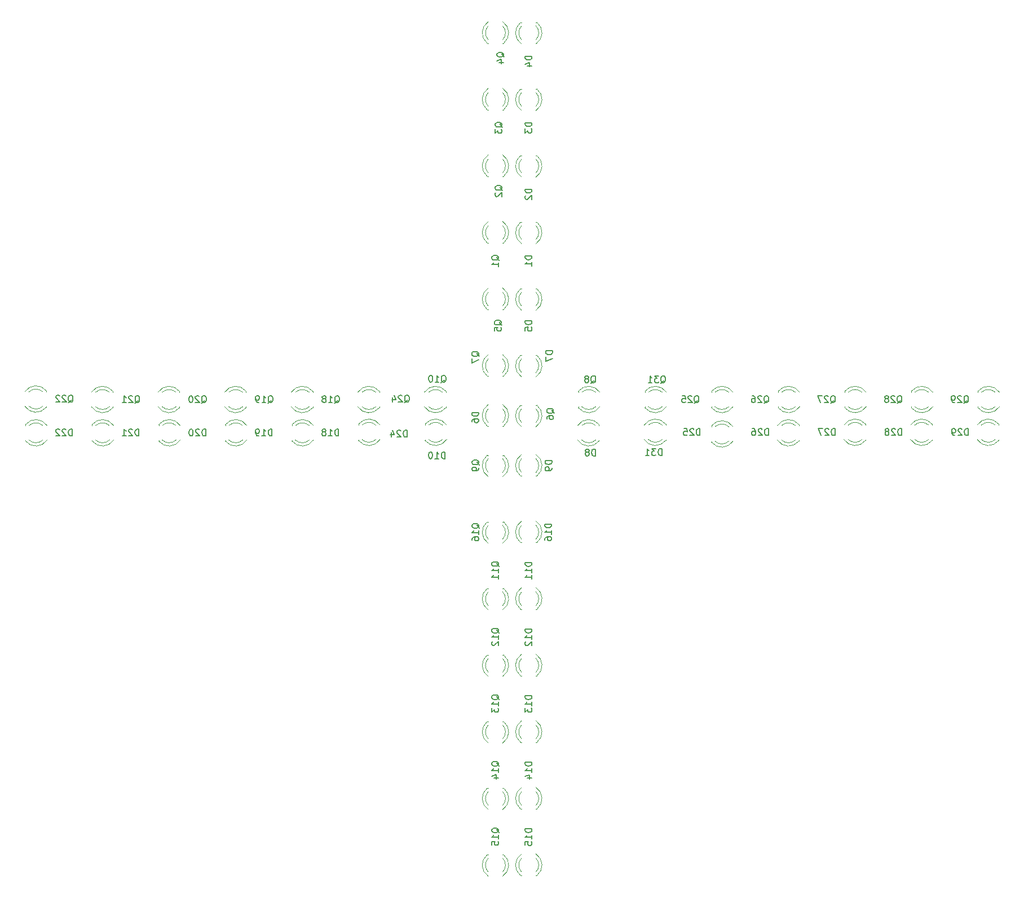
<source format=gbo>
G04 #@! TF.GenerationSoftware,KiCad,Pcbnew,(6.0.1)*
G04 #@! TF.CreationDate,2022-02-25T16:08:36+09:00*
G04 #@! TF.ProjectId,line_senser20220225,6c696e65-5f73-4656-9e73-657232303232,rev?*
G04 #@! TF.SameCoordinates,PX17d7840PYb06e040*
G04 #@! TF.FileFunction,Legend,Bot*
G04 #@! TF.FilePolarity,Positive*
%FSLAX46Y46*%
G04 Gerber Fmt 4.6, Leading zero omitted, Abs format (unit mm)*
G04 Created by KiCad (PCBNEW (6.0.1)) date 2022-02-25 16:08:36*
%MOMM*%
%LPD*%
G01*
G04 APERTURE LIST*
%ADD10C,0.150000*%
%ADD11C,0.120000*%
G04 APERTURE END LIST*
D10*
X74952380Y75488096D02*
X73952380Y75488096D01*
X73952380Y75250000D01*
X74000000Y75107143D01*
X74095238Y75011905D01*
X74190476Y74964286D01*
X74380952Y74916667D01*
X74523809Y74916667D01*
X74714285Y74964286D01*
X74809523Y75011905D01*
X74904761Y75107143D01*
X74952380Y75250000D01*
X74952380Y75488096D01*
X73952380Y74059524D02*
X73952380Y74250000D01*
X74000000Y74345239D01*
X74047619Y74392858D01*
X74190476Y74488096D01*
X74380952Y74535715D01*
X74761904Y74535715D01*
X74857142Y74488096D01*
X74904761Y74440477D01*
X74952380Y74345239D01*
X74952380Y74154762D01*
X74904761Y74059524D01*
X74857142Y74011905D01*
X74761904Y73964286D01*
X74523809Y73964286D01*
X74428571Y74011905D01*
X74380952Y74059524D01*
X74333333Y74154762D01*
X74333333Y74345239D01*
X74380952Y74440477D01*
X74428571Y74488096D01*
X74523809Y74535715D01*
X86052380Y84738096D02*
X85052380Y84738096D01*
X85052380Y84500000D01*
X85100000Y84357143D01*
X85195238Y84261905D01*
X85290476Y84214286D01*
X85480952Y84166667D01*
X85623809Y84166667D01*
X85814285Y84214286D01*
X85909523Y84261905D01*
X86004761Y84357143D01*
X86052380Y84500000D01*
X86052380Y84738096D01*
X85052380Y83833334D02*
X85052380Y83166667D01*
X86052380Y83595239D01*
X82952380Y128988096D02*
X81952380Y128988096D01*
X81952380Y128750000D01*
X82000000Y128607143D01*
X82095238Y128511905D01*
X82190476Y128464286D01*
X82380952Y128416667D01*
X82523809Y128416667D01*
X82714285Y128464286D01*
X82809523Y128511905D01*
X82904761Y128607143D01*
X82952380Y128750000D01*
X82952380Y128988096D01*
X82285714Y127559524D02*
X82952380Y127559524D01*
X81904761Y127797620D02*
X82619047Y128035715D01*
X82619047Y127416667D01*
X85912380Y58714286D02*
X84912380Y58714286D01*
X84912380Y58476191D01*
X84960000Y58333334D01*
X85055238Y58238096D01*
X85150476Y58190477D01*
X85340952Y58142858D01*
X85483809Y58142858D01*
X85674285Y58190477D01*
X85769523Y58238096D01*
X85864761Y58333334D01*
X85912380Y58476191D01*
X85912380Y58714286D01*
X85912380Y57190477D02*
X85912380Y57761905D01*
X85912380Y57476191D02*
X84912380Y57476191D01*
X85055238Y57571429D01*
X85150476Y57666667D01*
X85198095Y57761905D01*
X84912380Y56333334D02*
X84912380Y56523810D01*
X84960000Y56619048D01*
X85007619Y56666667D01*
X85150476Y56761905D01*
X85340952Y56809524D01*
X85721904Y56809524D01*
X85817142Y56761905D01*
X85864761Y56714286D01*
X85912380Y56619048D01*
X85912380Y56428572D01*
X85864761Y56333334D01*
X85817142Y56285715D01*
X85721904Y56238096D01*
X85483809Y56238096D01*
X85388571Y56285715D01*
X85340952Y56333334D01*
X85293333Y56428572D01*
X85293333Y56619048D01*
X85340952Y56714286D01*
X85388571Y56761905D01*
X85483809Y56809524D01*
X69944285Y68547620D02*
X69944285Y69547620D01*
X69706190Y69547620D01*
X69563333Y69500000D01*
X69468095Y69404762D01*
X69420476Y69309524D01*
X69372857Y69119048D01*
X69372857Y68976191D01*
X69420476Y68785715D01*
X69468095Y68690477D01*
X69563333Y68595239D01*
X69706190Y68547620D01*
X69944285Y68547620D01*
X68420476Y68547620D02*
X68991904Y68547620D01*
X68706190Y68547620D02*
X68706190Y69547620D01*
X68801428Y69404762D01*
X68896666Y69309524D01*
X68991904Y69261905D01*
X67801428Y69547620D02*
X67706190Y69547620D01*
X67610952Y69500000D01*
X67563333Y69452381D01*
X67515714Y69357143D01*
X67468095Y69166667D01*
X67468095Y68928572D01*
X67515714Y68738096D01*
X67563333Y68642858D01*
X67610952Y68595239D01*
X67706190Y68547620D01*
X67801428Y68547620D01*
X67896666Y68595239D01*
X67944285Y68642858D01*
X67991904Y68738096D01*
X68039523Y68928572D01*
X68039523Y69166667D01*
X67991904Y69357143D01*
X67944285Y69452381D01*
X67896666Y69500000D01*
X67801428Y69547620D01*
X64214285Y71797620D02*
X64214285Y72797620D01*
X63976190Y72797620D01*
X63833333Y72750000D01*
X63738095Y72654762D01*
X63690476Y72559524D01*
X63642857Y72369048D01*
X63642857Y72226191D01*
X63690476Y72035715D01*
X63738095Y71940477D01*
X63833333Y71845239D01*
X63976190Y71797620D01*
X64214285Y71797620D01*
X63261904Y72702381D02*
X63214285Y72750000D01*
X63119047Y72797620D01*
X62880952Y72797620D01*
X62785714Y72750000D01*
X62738095Y72702381D01*
X62690476Y72607143D01*
X62690476Y72511905D01*
X62738095Y72369048D01*
X63309523Y71797620D01*
X62690476Y71797620D01*
X61833333Y72464286D02*
X61833333Y71797620D01*
X62071428Y72845239D02*
X62309523Y72130953D01*
X61690476Y72130953D01*
X82952380Y99008096D02*
X81952380Y99008096D01*
X81952380Y98770000D01*
X82000000Y98627143D01*
X82095238Y98531905D01*
X82190476Y98484286D01*
X82380952Y98436667D01*
X82523809Y98436667D01*
X82714285Y98484286D01*
X82809523Y98531905D01*
X82904761Y98627143D01*
X82952380Y98770000D01*
X82952380Y99008096D01*
X82952380Y97484286D02*
X82952380Y98055715D01*
X82952380Y97770000D02*
X81952380Y97770000D01*
X82095238Y97865239D01*
X82190476Y97960477D01*
X82238095Y98055715D01*
X82952380Y109008096D02*
X81952380Y109008096D01*
X81952380Y108770000D01*
X82000000Y108627143D01*
X82095238Y108531905D01*
X82190476Y108484286D01*
X82380952Y108436667D01*
X82523809Y108436667D01*
X82714285Y108484286D01*
X82809523Y108531905D01*
X82904761Y108627143D01*
X82952380Y108770000D01*
X82952380Y109008096D01*
X82047619Y108055715D02*
X82000000Y108008096D01*
X81952380Y107912858D01*
X81952380Y107674762D01*
X82000000Y107579524D01*
X82047619Y107531905D01*
X82142857Y107484286D01*
X82238095Y107484286D01*
X82380952Y107531905D01*
X82952380Y108103334D01*
X82952380Y107484286D01*
X82952380Y119008096D02*
X81952380Y119008096D01*
X81952380Y118770000D01*
X82000000Y118627143D01*
X82095238Y118531905D01*
X82190476Y118484286D01*
X82380952Y118436667D01*
X82523809Y118436667D01*
X82714285Y118484286D01*
X82809523Y118531905D01*
X82904761Y118627143D01*
X82952380Y118770000D01*
X82952380Y119008096D01*
X81952380Y118103334D02*
X81952380Y117484286D01*
X82333333Y117817620D01*
X82333333Y117674762D01*
X82380952Y117579524D01*
X82428571Y117531905D01*
X82523809Y117484286D01*
X82761904Y117484286D01*
X82857142Y117531905D01*
X82904761Y117579524D01*
X82952380Y117674762D01*
X82952380Y117960477D01*
X82904761Y118055715D01*
X82857142Y118103334D01*
X82952380Y52944286D02*
X81952380Y52944286D01*
X81952380Y52706191D01*
X82000000Y52563334D01*
X82095238Y52468096D01*
X82190476Y52420477D01*
X82380952Y52372858D01*
X82523809Y52372858D01*
X82714285Y52420477D01*
X82809523Y52468096D01*
X82904761Y52563334D01*
X82952380Y52706191D01*
X82952380Y52944286D01*
X82952380Y51420477D02*
X82952380Y51991905D01*
X82952380Y51706191D02*
X81952380Y51706191D01*
X82095238Y51801429D01*
X82190476Y51896667D01*
X82238095Y51991905D01*
X82952380Y50468096D02*
X82952380Y51039524D01*
X82952380Y50753810D02*
X81952380Y50753810D01*
X82095238Y50849048D01*
X82190476Y50944286D01*
X82238095Y51039524D01*
X82952380Y42944286D02*
X81952380Y42944286D01*
X81952380Y42706191D01*
X82000000Y42563334D01*
X82095238Y42468096D01*
X82190476Y42420477D01*
X82380952Y42372858D01*
X82523809Y42372858D01*
X82714285Y42420477D01*
X82809523Y42468096D01*
X82904761Y42563334D01*
X82952380Y42706191D01*
X82952380Y42944286D01*
X82952380Y41420477D02*
X82952380Y41991905D01*
X82952380Y41706191D02*
X81952380Y41706191D01*
X82095238Y41801429D01*
X82190476Y41896667D01*
X82238095Y41991905D01*
X82047619Y41039524D02*
X82000000Y40991905D01*
X81952380Y40896667D01*
X81952380Y40658572D01*
X82000000Y40563334D01*
X82047619Y40515715D01*
X82142857Y40468096D01*
X82238095Y40468096D01*
X82380952Y40515715D01*
X82952380Y41087143D01*
X82952380Y40468096D01*
X82952380Y32944286D02*
X81952380Y32944286D01*
X81952380Y32706191D01*
X82000000Y32563334D01*
X82095238Y32468096D01*
X82190476Y32420477D01*
X82380952Y32372858D01*
X82523809Y32372858D01*
X82714285Y32420477D01*
X82809523Y32468096D01*
X82904761Y32563334D01*
X82952380Y32706191D01*
X82952380Y32944286D01*
X82952380Y31420477D02*
X82952380Y31991905D01*
X82952380Y31706191D02*
X81952380Y31706191D01*
X82095238Y31801429D01*
X82190476Y31896667D01*
X82238095Y31991905D01*
X81952380Y31087143D02*
X81952380Y30468096D01*
X82333333Y30801429D01*
X82333333Y30658572D01*
X82380952Y30563334D01*
X82428571Y30515715D01*
X82523809Y30468096D01*
X82761904Y30468096D01*
X82857142Y30515715D01*
X82904761Y30563334D01*
X82952380Y30658572D01*
X82952380Y30944286D01*
X82904761Y31039524D01*
X82857142Y31087143D01*
X82952380Y22944286D02*
X81952380Y22944286D01*
X81952380Y22706191D01*
X82000000Y22563334D01*
X82095238Y22468096D01*
X82190476Y22420477D01*
X82380952Y22372858D01*
X82523809Y22372858D01*
X82714285Y22420477D01*
X82809523Y22468096D01*
X82904761Y22563334D01*
X82952380Y22706191D01*
X82952380Y22944286D01*
X82952380Y21420477D02*
X82952380Y21991905D01*
X82952380Y21706191D02*
X81952380Y21706191D01*
X82095238Y21801429D01*
X82190476Y21896667D01*
X82238095Y21991905D01*
X82285714Y20563334D02*
X82952380Y20563334D01*
X81904761Y20801429D02*
X82619047Y21039524D01*
X82619047Y20420477D01*
X82952380Y12944286D02*
X81952380Y12944286D01*
X81952380Y12706191D01*
X82000000Y12563334D01*
X82095238Y12468096D01*
X82190476Y12420477D01*
X82380952Y12372858D01*
X82523809Y12372858D01*
X82714285Y12420477D01*
X82809523Y12468096D01*
X82904761Y12563334D01*
X82952380Y12706191D01*
X82952380Y12944286D01*
X82952380Y11420477D02*
X82952380Y11991905D01*
X82952380Y11706191D02*
X81952380Y11706191D01*
X82095238Y11801429D01*
X82190476Y11896667D01*
X82238095Y11991905D01*
X81952380Y10515715D02*
X81952380Y10991905D01*
X82428571Y11039524D01*
X82380952Y10991905D01*
X82333333Y10896667D01*
X82333333Y10658572D01*
X82380952Y10563334D01*
X82428571Y10515715D01*
X82523809Y10468096D01*
X82761904Y10468096D01*
X82857142Y10515715D01*
X82904761Y10563334D01*
X82952380Y10658572D01*
X82952380Y10896667D01*
X82904761Y10991905D01*
X82857142Y11039524D01*
X43944285Y71973620D02*
X43944285Y72973620D01*
X43706190Y72973620D01*
X43563333Y72926000D01*
X43468095Y72830762D01*
X43420476Y72735524D01*
X43372857Y72545048D01*
X43372857Y72402191D01*
X43420476Y72211715D01*
X43468095Y72116477D01*
X43563333Y72021239D01*
X43706190Y71973620D01*
X43944285Y71973620D01*
X42420476Y71973620D02*
X42991904Y71973620D01*
X42706190Y71973620D02*
X42706190Y72973620D01*
X42801428Y72830762D01*
X42896666Y72735524D01*
X42991904Y72687905D01*
X41944285Y71973620D02*
X41753809Y71973620D01*
X41658571Y72021239D01*
X41610952Y72068858D01*
X41515714Y72211715D01*
X41468095Y72402191D01*
X41468095Y72783143D01*
X41515714Y72878381D01*
X41563333Y72926000D01*
X41658571Y72973620D01*
X41849047Y72973620D01*
X41944285Y72926000D01*
X41991904Y72878381D01*
X42039523Y72783143D01*
X42039523Y72545048D01*
X41991904Y72449810D01*
X41944285Y72402191D01*
X41849047Y72354572D01*
X41658571Y72354572D01*
X41563333Y72402191D01*
X41515714Y72449810D01*
X41468095Y72545048D01*
X33984285Y71973620D02*
X33984285Y72973620D01*
X33746190Y72973620D01*
X33603333Y72926000D01*
X33508095Y72830762D01*
X33460476Y72735524D01*
X33412857Y72545048D01*
X33412857Y72402191D01*
X33460476Y72211715D01*
X33508095Y72116477D01*
X33603333Y72021239D01*
X33746190Y71973620D01*
X33984285Y71973620D01*
X33031904Y72878381D02*
X32984285Y72926000D01*
X32889047Y72973620D01*
X32650952Y72973620D01*
X32555714Y72926000D01*
X32508095Y72878381D01*
X32460476Y72783143D01*
X32460476Y72687905D01*
X32508095Y72545048D01*
X33079523Y71973620D01*
X32460476Y71973620D01*
X31841428Y72973620D02*
X31746190Y72973620D01*
X31650952Y72926000D01*
X31603333Y72878381D01*
X31555714Y72783143D01*
X31508095Y72592667D01*
X31508095Y72354572D01*
X31555714Y72164096D01*
X31603333Y72068858D01*
X31650952Y72021239D01*
X31746190Y71973620D01*
X31841428Y71973620D01*
X31936666Y72021239D01*
X31984285Y72068858D01*
X32031904Y72164096D01*
X32079523Y72354572D01*
X32079523Y72592667D01*
X32031904Y72783143D01*
X31984285Y72878381D01*
X31936666Y72926000D01*
X31841428Y72973620D01*
X23944285Y71973620D02*
X23944285Y72973620D01*
X23706190Y72973620D01*
X23563333Y72926000D01*
X23468095Y72830762D01*
X23420476Y72735524D01*
X23372857Y72545048D01*
X23372857Y72402191D01*
X23420476Y72211715D01*
X23468095Y72116477D01*
X23563333Y72021239D01*
X23706190Y71973620D01*
X23944285Y71973620D01*
X22991904Y72878381D02*
X22944285Y72926000D01*
X22849047Y72973620D01*
X22610952Y72973620D01*
X22515714Y72926000D01*
X22468095Y72878381D01*
X22420476Y72783143D01*
X22420476Y72687905D01*
X22468095Y72545048D01*
X23039523Y71973620D01*
X22420476Y71973620D01*
X21468095Y71973620D02*
X22039523Y71973620D01*
X21753809Y71973620D02*
X21753809Y72973620D01*
X21849047Y72830762D01*
X21944285Y72735524D01*
X22039523Y72687905D01*
X86297619Y75345239D02*
X86250000Y75440477D01*
X86154761Y75535715D01*
X86011904Y75678572D01*
X85964285Y75773810D01*
X85964285Y75869048D01*
X86202380Y75821429D02*
X86154761Y75916667D01*
X86059523Y76011905D01*
X85869047Y76059524D01*
X85535714Y76059524D01*
X85345238Y76011905D01*
X85250000Y75916667D01*
X85202380Y75821429D01*
X85202380Y75630953D01*
X85250000Y75535715D01*
X85345238Y75440477D01*
X85535714Y75392858D01*
X85869047Y75392858D01*
X86059523Y75440477D01*
X86154761Y75535715D01*
X86202380Y75630953D01*
X86202380Y75821429D01*
X85202380Y74535715D02*
X85202380Y74726191D01*
X85250000Y74821429D01*
X85297619Y74869048D01*
X85440476Y74964286D01*
X85630952Y75011905D01*
X86011904Y75011905D01*
X86107142Y74964286D01*
X86154761Y74916667D01*
X86202380Y74821429D01*
X86202380Y74630953D01*
X86154761Y74535715D01*
X86107142Y74488096D01*
X86011904Y74440477D01*
X85773809Y74440477D01*
X85678571Y74488096D01*
X85630952Y74535715D01*
X85583333Y74630953D01*
X85583333Y74821429D01*
X85630952Y74916667D01*
X85678571Y74964286D01*
X85773809Y75011905D01*
X75047619Y83895239D02*
X75000000Y83990477D01*
X74904761Y84085715D01*
X74761904Y84228572D01*
X74714285Y84323810D01*
X74714285Y84419048D01*
X74952380Y84371429D02*
X74904761Y84466667D01*
X74809523Y84561905D01*
X74619047Y84609524D01*
X74285714Y84609524D01*
X74095238Y84561905D01*
X74000000Y84466667D01*
X73952380Y84371429D01*
X73952380Y84180953D01*
X74000000Y84085715D01*
X74095238Y83990477D01*
X74285714Y83942858D01*
X74619047Y83942858D01*
X74809523Y83990477D01*
X74904761Y84085715D01*
X74952380Y84180953D01*
X74952380Y84371429D01*
X73952380Y83609524D02*
X73952380Y82942858D01*
X74952380Y83371429D01*
X78797619Y128845239D02*
X78750000Y128940477D01*
X78654761Y129035715D01*
X78511904Y129178572D01*
X78464285Y129273810D01*
X78464285Y129369048D01*
X78702380Y129321429D02*
X78654761Y129416667D01*
X78559523Y129511905D01*
X78369047Y129559524D01*
X78035714Y129559524D01*
X77845238Y129511905D01*
X77750000Y129416667D01*
X77702380Y129321429D01*
X77702380Y129130953D01*
X77750000Y129035715D01*
X77845238Y128940477D01*
X78035714Y128892858D01*
X78369047Y128892858D01*
X78559523Y128940477D01*
X78654761Y129035715D01*
X78702380Y129130953D01*
X78702380Y129321429D01*
X78035714Y128035715D02*
X78702380Y128035715D01*
X77654761Y128273810D02*
X78369047Y128511905D01*
X78369047Y127892858D01*
X91825238Y79878381D02*
X91920476Y79926000D01*
X92015714Y80021239D01*
X92158571Y80164096D01*
X92253809Y80211715D01*
X92349047Y80211715D01*
X92301428Y79973620D02*
X92396666Y80021239D01*
X92491904Y80116477D01*
X92539523Y80306953D01*
X92539523Y80640286D01*
X92491904Y80830762D01*
X92396666Y80926000D01*
X92301428Y80973620D01*
X92110952Y80973620D01*
X92015714Y80926000D01*
X91920476Y80830762D01*
X91872857Y80640286D01*
X91872857Y80306953D01*
X91920476Y80116477D01*
X92015714Y80021239D01*
X92110952Y79973620D01*
X92301428Y79973620D01*
X91301428Y80545048D02*
X91396666Y80592667D01*
X91444285Y80640286D01*
X91491904Y80735524D01*
X91491904Y80783143D01*
X91444285Y80878381D01*
X91396666Y80926000D01*
X91301428Y80973620D01*
X91110952Y80973620D01*
X91015714Y80926000D01*
X90968095Y80878381D01*
X90920476Y80783143D01*
X90920476Y80735524D01*
X90968095Y80640286D01*
X91015714Y80592667D01*
X91110952Y80545048D01*
X91301428Y80545048D01*
X91396666Y80497429D01*
X91444285Y80449810D01*
X91491904Y80354572D01*
X91491904Y80164096D01*
X91444285Y80068858D01*
X91396666Y80021239D01*
X91301428Y79973620D01*
X91110952Y79973620D01*
X91015714Y80021239D01*
X90968095Y80068858D01*
X90920476Y80164096D01*
X90920476Y80354572D01*
X90968095Y80449810D01*
X91015714Y80497429D01*
X91110952Y80545048D01*
X102301428Y79878381D02*
X102396666Y79926000D01*
X102491904Y80021239D01*
X102634761Y80164096D01*
X102730000Y80211715D01*
X102825238Y80211715D01*
X102777619Y79973620D02*
X102872857Y80021239D01*
X102968095Y80116477D01*
X103015714Y80306953D01*
X103015714Y80640286D01*
X102968095Y80830762D01*
X102872857Y80926000D01*
X102777619Y80973620D01*
X102587142Y80973620D01*
X102491904Y80926000D01*
X102396666Y80830762D01*
X102349047Y80640286D01*
X102349047Y80306953D01*
X102396666Y80116477D01*
X102491904Y80021239D01*
X102587142Y79973620D01*
X102777619Y79973620D01*
X102015714Y80973620D02*
X101396666Y80973620D01*
X101730000Y80592667D01*
X101587142Y80592667D01*
X101491904Y80545048D01*
X101444285Y80497429D01*
X101396666Y80402191D01*
X101396666Y80164096D01*
X101444285Y80068858D01*
X101491904Y80021239D01*
X101587142Y79973620D01*
X101872857Y79973620D01*
X101968095Y80021239D01*
X102015714Y80068858D01*
X100444285Y79973620D02*
X101015714Y79973620D01*
X100730000Y79973620D02*
X100730000Y80973620D01*
X100825238Y80830762D01*
X100920476Y80735524D01*
X101015714Y80687905D01*
X69341428Y79952381D02*
X69436666Y80000000D01*
X69531904Y80095239D01*
X69674761Y80238096D01*
X69770000Y80285715D01*
X69865238Y80285715D01*
X69817619Y80047620D02*
X69912857Y80095239D01*
X70008095Y80190477D01*
X70055714Y80380953D01*
X70055714Y80714286D01*
X70008095Y80904762D01*
X69912857Y81000000D01*
X69817619Y81047620D01*
X69627142Y81047620D01*
X69531904Y81000000D01*
X69436666Y80904762D01*
X69389047Y80714286D01*
X69389047Y80380953D01*
X69436666Y80190477D01*
X69531904Y80095239D01*
X69627142Y80047620D01*
X69817619Y80047620D01*
X68436666Y80047620D02*
X69008095Y80047620D01*
X68722380Y80047620D02*
X68722380Y81047620D01*
X68817619Y80904762D01*
X68912857Y80809524D01*
X69008095Y80761905D01*
X67817619Y81047620D02*
X67722380Y81047620D01*
X67627142Y81000000D01*
X67579523Y80952381D01*
X67531904Y80857143D01*
X67484285Y80666667D01*
X67484285Y80428572D01*
X67531904Y80238096D01*
X67579523Y80142858D01*
X67627142Y80095239D01*
X67722380Y80047620D01*
X67817619Y80047620D01*
X67912857Y80095239D01*
X67960476Y80142858D01*
X68008095Y80238096D01*
X68055714Y80428572D01*
X68055714Y80666667D01*
X68008095Y80857143D01*
X67960476Y80952381D01*
X67912857Y81000000D01*
X67817619Y81047620D01*
X63821428Y76952381D02*
X63916666Y77000000D01*
X64011904Y77095239D01*
X64154761Y77238096D01*
X64250000Y77285715D01*
X64345238Y77285715D01*
X64297619Y77047620D02*
X64392857Y77095239D01*
X64488095Y77190477D01*
X64535714Y77380953D01*
X64535714Y77714286D01*
X64488095Y77904762D01*
X64392857Y78000000D01*
X64297619Y78047620D01*
X64107142Y78047620D01*
X64011904Y78000000D01*
X63916666Y77904762D01*
X63869047Y77714286D01*
X63869047Y77380953D01*
X63916666Y77190477D01*
X64011904Y77095239D01*
X64107142Y77047620D01*
X64297619Y77047620D01*
X63488095Y77952381D02*
X63440476Y78000000D01*
X63345238Y78047620D01*
X63107142Y78047620D01*
X63011904Y78000000D01*
X62964285Y77952381D01*
X62916666Y77857143D01*
X62916666Y77761905D01*
X62964285Y77619048D01*
X63535714Y77047620D01*
X62916666Y77047620D01*
X62059523Y77714286D02*
X62059523Y77047620D01*
X62297619Y78095239D02*
X62535714Y77380953D01*
X61916666Y77380953D01*
X78047619Y98325239D02*
X78000000Y98420477D01*
X77904761Y98515715D01*
X77761904Y98658572D01*
X77714285Y98753810D01*
X77714285Y98849048D01*
X77952380Y98801429D02*
X77904761Y98896667D01*
X77809523Y98991905D01*
X77619047Y99039524D01*
X77285714Y99039524D01*
X77095238Y98991905D01*
X77000000Y98896667D01*
X76952380Y98801429D01*
X76952380Y98610953D01*
X77000000Y98515715D01*
X77095238Y98420477D01*
X77285714Y98372858D01*
X77619047Y98372858D01*
X77809523Y98420477D01*
X77904761Y98515715D01*
X77952380Y98610953D01*
X77952380Y98801429D01*
X77952380Y97420477D02*
X77952380Y97991905D01*
X77952380Y97706191D02*
X76952380Y97706191D01*
X77095238Y97801429D01*
X77190476Y97896667D01*
X77238095Y97991905D01*
X78547619Y108825239D02*
X78500000Y108920477D01*
X78404761Y109015715D01*
X78261904Y109158572D01*
X78214285Y109253810D01*
X78214285Y109349048D01*
X78452380Y109301429D02*
X78404761Y109396667D01*
X78309523Y109491905D01*
X78119047Y109539524D01*
X77785714Y109539524D01*
X77595238Y109491905D01*
X77500000Y109396667D01*
X77452380Y109301429D01*
X77452380Y109110953D01*
X77500000Y109015715D01*
X77595238Y108920477D01*
X77785714Y108872858D01*
X78119047Y108872858D01*
X78309523Y108920477D01*
X78404761Y109015715D01*
X78452380Y109110953D01*
X78452380Y109301429D01*
X77547619Y108491905D02*
X77500000Y108444286D01*
X77452380Y108349048D01*
X77452380Y108110953D01*
X77500000Y108015715D01*
X77547619Y107968096D01*
X77642857Y107920477D01*
X77738095Y107920477D01*
X77880952Y107968096D01*
X78452380Y108539524D01*
X78452380Y107920477D01*
X78547619Y118325239D02*
X78500000Y118420477D01*
X78404761Y118515715D01*
X78261904Y118658572D01*
X78214285Y118753810D01*
X78214285Y118849048D01*
X78452380Y118801429D02*
X78404761Y118896667D01*
X78309523Y118991905D01*
X78119047Y119039524D01*
X77785714Y119039524D01*
X77595238Y118991905D01*
X77500000Y118896667D01*
X77452380Y118801429D01*
X77452380Y118610953D01*
X77500000Y118515715D01*
X77595238Y118420477D01*
X77785714Y118372858D01*
X78119047Y118372858D01*
X78309523Y118420477D01*
X78404761Y118515715D01*
X78452380Y118610953D01*
X78452380Y118801429D01*
X77452380Y118039524D02*
X77452380Y117420477D01*
X77833333Y117753810D01*
X77833333Y117610953D01*
X77880952Y117515715D01*
X77928571Y117468096D01*
X78023809Y117420477D01*
X78261904Y117420477D01*
X78357142Y117468096D01*
X78404761Y117515715D01*
X78452380Y117610953D01*
X78452380Y117896667D01*
X78404761Y117991905D01*
X78357142Y118039524D01*
X78047619Y22341429D02*
X78000000Y22436667D01*
X77904761Y22531905D01*
X77761904Y22674762D01*
X77714285Y22770000D01*
X77714285Y22865239D01*
X77952380Y22817620D02*
X77904761Y22912858D01*
X77809523Y23008096D01*
X77619047Y23055715D01*
X77285714Y23055715D01*
X77095238Y23008096D01*
X77000000Y22912858D01*
X76952380Y22817620D01*
X76952380Y22627143D01*
X77000000Y22531905D01*
X77095238Y22436667D01*
X77285714Y22389048D01*
X77619047Y22389048D01*
X77809523Y22436667D01*
X77904761Y22531905D01*
X77952380Y22627143D01*
X77952380Y22817620D01*
X77952380Y21436667D02*
X77952380Y22008096D01*
X77952380Y21722381D02*
X76952380Y21722381D01*
X77095238Y21817620D01*
X77190476Y21912858D01*
X77238095Y22008096D01*
X77285714Y20579524D02*
X77952380Y20579524D01*
X76904761Y20817620D02*
X77619047Y21055715D01*
X77619047Y20436667D01*
X78047619Y12341429D02*
X78000000Y12436667D01*
X77904761Y12531905D01*
X77761904Y12674762D01*
X77714285Y12770000D01*
X77714285Y12865239D01*
X77952380Y12817620D02*
X77904761Y12912858D01*
X77809523Y13008096D01*
X77619047Y13055715D01*
X77285714Y13055715D01*
X77095238Y13008096D01*
X77000000Y12912858D01*
X76952380Y12817620D01*
X76952380Y12627143D01*
X77000000Y12531905D01*
X77095238Y12436667D01*
X77285714Y12389048D01*
X77619047Y12389048D01*
X77809523Y12436667D01*
X77904761Y12531905D01*
X77952380Y12627143D01*
X77952380Y12817620D01*
X77952380Y11436667D02*
X77952380Y12008096D01*
X77952380Y11722381D02*
X76952380Y11722381D01*
X77095238Y11817620D01*
X77190476Y11912858D01*
X77238095Y12008096D01*
X76952380Y10531905D02*
X76952380Y11008096D01*
X77428571Y11055715D01*
X77380952Y11008096D01*
X77333333Y10912858D01*
X77333333Y10674762D01*
X77380952Y10579524D01*
X77428571Y10531905D01*
X77523809Y10484286D01*
X77761904Y10484286D01*
X77857142Y10531905D01*
X77904761Y10579524D01*
X77952380Y10674762D01*
X77952380Y10912858D01*
X77904761Y11008096D01*
X77857142Y11055715D01*
X53341428Y76878381D02*
X53436666Y76926000D01*
X53531904Y77021239D01*
X53674761Y77164096D01*
X53770000Y77211715D01*
X53865238Y77211715D01*
X53817619Y76973620D02*
X53912857Y77021239D01*
X54008095Y77116477D01*
X54055714Y77306953D01*
X54055714Y77640286D01*
X54008095Y77830762D01*
X53912857Y77926000D01*
X53817619Y77973620D01*
X53627142Y77973620D01*
X53531904Y77926000D01*
X53436666Y77830762D01*
X53389047Y77640286D01*
X53389047Y77306953D01*
X53436666Y77116477D01*
X53531904Y77021239D01*
X53627142Y76973620D01*
X53817619Y76973620D01*
X52436666Y76973620D02*
X53008095Y76973620D01*
X52722380Y76973620D02*
X52722380Y77973620D01*
X52817619Y77830762D01*
X52912857Y77735524D01*
X53008095Y77687905D01*
X51865238Y77545048D02*
X51960476Y77592667D01*
X52008095Y77640286D01*
X52055714Y77735524D01*
X52055714Y77783143D01*
X52008095Y77878381D01*
X51960476Y77926000D01*
X51865238Y77973620D01*
X51674761Y77973620D01*
X51579523Y77926000D01*
X51531904Y77878381D01*
X51484285Y77783143D01*
X51484285Y77735524D01*
X51531904Y77640286D01*
X51579523Y77592667D01*
X51674761Y77545048D01*
X51865238Y77545048D01*
X51960476Y77497429D01*
X52008095Y77449810D01*
X52055714Y77354572D01*
X52055714Y77164096D01*
X52008095Y77068858D01*
X51960476Y77021239D01*
X51865238Y76973620D01*
X51674761Y76973620D01*
X51579523Y77021239D01*
X51531904Y77068858D01*
X51484285Y77164096D01*
X51484285Y77354572D01*
X51531904Y77449810D01*
X51579523Y77497429D01*
X51674761Y77545048D01*
X43341428Y76878381D02*
X43436666Y76926000D01*
X43531904Y77021239D01*
X43674761Y77164096D01*
X43770000Y77211715D01*
X43865238Y77211715D01*
X43817619Y76973620D02*
X43912857Y77021239D01*
X44008095Y77116477D01*
X44055714Y77306953D01*
X44055714Y77640286D01*
X44008095Y77830762D01*
X43912857Y77926000D01*
X43817619Y77973620D01*
X43627142Y77973620D01*
X43531904Y77926000D01*
X43436666Y77830762D01*
X43389047Y77640286D01*
X43389047Y77306953D01*
X43436666Y77116477D01*
X43531904Y77021239D01*
X43627142Y76973620D01*
X43817619Y76973620D01*
X42436666Y76973620D02*
X43008095Y76973620D01*
X42722380Y76973620D02*
X42722380Y77973620D01*
X42817619Y77830762D01*
X42912857Y77735524D01*
X43008095Y77687905D01*
X41960476Y76973620D02*
X41770000Y76973620D01*
X41674761Y77021239D01*
X41627142Y77068858D01*
X41531904Y77211715D01*
X41484285Y77402191D01*
X41484285Y77783143D01*
X41531904Y77878381D01*
X41579523Y77926000D01*
X41674761Y77973620D01*
X41865238Y77973620D01*
X41960476Y77926000D01*
X42008095Y77878381D01*
X42055714Y77783143D01*
X42055714Y77545048D01*
X42008095Y77449810D01*
X41960476Y77402191D01*
X41865238Y77354572D01*
X41674761Y77354572D01*
X41579523Y77402191D01*
X41531904Y77449810D01*
X41484285Y77545048D01*
X33341428Y76878381D02*
X33436666Y76926000D01*
X33531904Y77021239D01*
X33674761Y77164096D01*
X33770000Y77211715D01*
X33865238Y77211715D01*
X33817619Y76973620D02*
X33912857Y77021239D01*
X34008095Y77116477D01*
X34055714Y77306953D01*
X34055714Y77640286D01*
X34008095Y77830762D01*
X33912857Y77926000D01*
X33817619Y77973620D01*
X33627142Y77973620D01*
X33531904Y77926000D01*
X33436666Y77830762D01*
X33389047Y77640286D01*
X33389047Y77306953D01*
X33436666Y77116477D01*
X33531904Y77021239D01*
X33627142Y76973620D01*
X33817619Y76973620D01*
X33008095Y77878381D02*
X32960476Y77926000D01*
X32865238Y77973620D01*
X32627142Y77973620D01*
X32531904Y77926000D01*
X32484285Y77878381D01*
X32436666Y77783143D01*
X32436666Y77687905D01*
X32484285Y77545048D01*
X33055714Y76973620D01*
X32436666Y76973620D01*
X31817619Y77973620D02*
X31722380Y77973620D01*
X31627142Y77926000D01*
X31579523Y77878381D01*
X31531904Y77783143D01*
X31484285Y77592667D01*
X31484285Y77354572D01*
X31531904Y77164096D01*
X31579523Y77068858D01*
X31627142Y77021239D01*
X31722380Y76973620D01*
X31817619Y76973620D01*
X31912857Y77021239D01*
X31960476Y77068858D01*
X32008095Y77164096D01*
X32055714Y77354572D01*
X32055714Y77592667D01*
X32008095Y77783143D01*
X31960476Y77878381D01*
X31912857Y77926000D01*
X31817619Y77973620D01*
X23341428Y76878381D02*
X23436666Y76926000D01*
X23531904Y77021239D01*
X23674761Y77164096D01*
X23770000Y77211715D01*
X23865238Y77211715D01*
X23817619Y76973620D02*
X23912857Y77021239D01*
X24008095Y77116477D01*
X24055714Y77306953D01*
X24055714Y77640286D01*
X24008095Y77830762D01*
X23912857Y77926000D01*
X23817619Y77973620D01*
X23627142Y77973620D01*
X23531904Y77926000D01*
X23436666Y77830762D01*
X23389047Y77640286D01*
X23389047Y77306953D01*
X23436666Y77116477D01*
X23531904Y77021239D01*
X23627142Y76973620D01*
X23817619Y76973620D01*
X23008095Y77878381D02*
X22960476Y77926000D01*
X22865238Y77973620D01*
X22627142Y77973620D01*
X22531904Y77926000D01*
X22484285Y77878381D01*
X22436666Y77783143D01*
X22436666Y77687905D01*
X22484285Y77545048D01*
X23055714Y76973620D01*
X22436666Y76973620D01*
X21484285Y76973620D02*
X22055714Y76973620D01*
X21770000Y76973620D02*
X21770000Y77973620D01*
X21865238Y77830762D01*
X21960476Y77735524D01*
X22055714Y77687905D01*
X13341428Y76952381D02*
X13436666Y77000000D01*
X13531904Y77095239D01*
X13674761Y77238096D01*
X13770000Y77285715D01*
X13865238Y77285715D01*
X13817619Y77047620D02*
X13912857Y77095239D01*
X14008095Y77190477D01*
X14055714Y77380953D01*
X14055714Y77714286D01*
X14008095Y77904762D01*
X13912857Y78000000D01*
X13817619Y78047620D01*
X13627142Y78047620D01*
X13531904Y78000000D01*
X13436666Y77904762D01*
X13389047Y77714286D01*
X13389047Y77380953D01*
X13436666Y77190477D01*
X13531904Y77095239D01*
X13627142Y77047620D01*
X13817619Y77047620D01*
X13008095Y77952381D02*
X12960476Y78000000D01*
X12865238Y78047620D01*
X12627142Y78047620D01*
X12531904Y78000000D01*
X12484285Y77952381D01*
X12436666Y77857143D01*
X12436666Y77761905D01*
X12484285Y77619048D01*
X13055714Y77047620D01*
X12436666Y77047620D01*
X12055714Y77952381D02*
X12008095Y78000000D01*
X11912857Y78047620D01*
X11674761Y78047620D01*
X11579523Y78000000D01*
X11531904Y77952381D01*
X11484285Y77857143D01*
X11484285Y77761905D01*
X11531904Y77619048D01*
X12103333Y77047620D01*
X11484285Y77047620D01*
X107321428Y76878381D02*
X107416666Y76926000D01*
X107511904Y77021239D01*
X107654761Y77164096D01*
X107750000Y77211715D01*
X107845238Y77211715D01*
X107797619Y76973620D02*
X107892857Y77021239D01*
X107988095Y77116477D01*
X108035714Y77306953D01*
X108035714Y77640286D01*
X107988095Y77830762D01*
X107892857Y77926000D01*
X107797619Y77973620D01*
X107607142Y77973620D01*
X107511904Y77926000D01*
X107416666Y77830762D01*
X107369047Y77640286D01*
X107369047Y77306953D01*
X107416666Y77116477D01*
X107511904Y77021239D01*
X107607142Y76973620D01*
X107797619Y76973620D01*
X106988095Y77878381D02*
X106940476Y77926000D01*
X106845238Y77973620D01*
X106607142Y77973620D01*
X106511904Y77926000D01*
X106464285Y77878381D01*
X106416666Y77783143D01*
X106416666Y77687905D01*
X106464285Y77545048D01*
X107035714Y76973620D01*
X106416666Y76973620D01*
X105511904Y77973620D02*
X105988095Y77973620D01*
X106035714Y77497429D01*
X105988095Y77545048D01*
X105892857Y77592667D01*
X105654761Y77592667D01*
X105559523Y77545048D01*
X105511904Y77497429D01*
X105464285Y77402191D01*
X105464285Y77164096D01*
X105511904Y77068858D01*
X105559523Y77021239D01*
X105654761Y76973620D01*
X105892857Y76973620D01*
X105988095Y77021239D01*
X106035714Y77068858D01*
X117801428Y76878381D02*
X117896666Y76926000D01*
X117991904Y77021239D01*
X118134761Y77164096D01*
X118230000Y77211715D01*
X118325238Y77211715D01*
X118277619Y76973620D02*
X118372857Y77021239D01*
X118468095Y77116477D01*
X118515714Y77306953D01*
X118515714Y77640286D01*
X118468095Y77830762D01*
X118372857Y77926000D01*
X118277619Y77973620D01*
X118087142Y77973620D01*
X117991904Y77926000D01*
X117896666Y77830762D01*
X117849047Y77640286D01*
X117849047Y77306953D01*
X117896666Y77116477D01*
X117991904Y77021239D01*
X118087142Y76973620D01*
X118277619Y76973620D01*
X117468095Y77878381D02*
X117420476Y77926000D01*
X117325238Y77973620D01*
X117087142Y77973620D01*
X116991904Y77926000D01*
X116944285Y77878381D01*
X116896666Y77783143D01*
X116896666Y77687905D01*
X116944285Y77545048D01*
X117515714Y76973620D01*
X116896666Y76973620D01*
X116039523Y77973620D02*
X116230000Y77973620D01*
X116325238Y77926000D01*
X116372857Y77878381D01*
X116468095Y77735524D01*
X116515714Y77545048D01*
X116515714Y77164096D01*
X116468095Y77068858D01*
X116420476Y77021239D01*
X116325238Y76973620D01*
X116134761Y76973620D01*
X116039523Y77021239D01*
X115991904Y77068858D01*
X115944285Y77164096D01*
X115944285Y77402191D01*
X115991904Y77497429D01*
X116039523Y77545048D01*
X116134761Y77592667D01*
X116325238Y77592667D01*
X116420476Y77545048D01*
X116468095Y77497429D01*
X116515714Y77402191D01*
X127801428Y76878381D02*
X127896666Y76926000D01*
X127991904Y77021239D01*
X128134761Y77164096D01*
X128230000Y77211715D01*
X128325238Y77211715D01*
X128277619Y76973620D02*
X128372857Y77021239D01*
X128468095Y77116477D01*
X128515714Y77306953D01*
X128515714Y77640286D01*
X128468095Y77830762D01*
X128372857Y77926000D01*
X128277619Y77973620D01*
X128087142Y77973620D01*
X127991904Y77926000D01*
X127896666Y77830762D01*
X127849047Y77640286D01*
X127849047Y77306953D01*
X127896666Y77116477D01*
X127991904Y77021239D01*
X128087142Y76973620D01*
X128277619Y76973620D01*
X127468095Y77878381D02*
X127420476Y77926000D01*
X127325238Y77973620D01*
X127087142Y77973620D01*
X126991904Y77926000D01*
X126944285Y77878381D01*
X126896666Y77783143D01*
X126896666Y77687905D01*
X126944285Y77545048D01*
X127515714Y76973620D01*
X126896666Y76973620D01*
X126563333Y77973620D02*
X125896666Y77973620D01*
X126325238Y76973620D01*
X137801428Y76878381D02*
X137896666Y76926000D01*
X137991904Y77021239D01*
X138134761Y77164096D01*
X138230000Y77211715D01*
X138325238Y77211715D01*
X138277619Y76973620D02*
X138372857Y77021239D01*
X138468095Y77116477D01*
X138515714Y77306953D01*
X138515714Y77640286D01*
X138468095Y77830762D01*
X138372857Y77926000D01*
X138277619Y77973620D01*
X138087142Y77973620D01*
X137991904Y77926000D01*
X137896666Y77830762D01*
X137849047Y77640286D01*
X137849047Y77306953D01*
X137896666Y77116477D01*
X137991904Y77021239D01*
X138087142Y76973620D01*
X138277619Y76973620D01*
X137468095Y77878381D02*
X137420476Y77926000D01*
X137325238Y77973620D01*
X137087142Y77973620D01*
X136991904Y77926000D01*
X136944285Y77878381D01*
X136896666Y77783143D01*
X136896666Y77687905D01*
X136944285Y77545048D01*
X137515714Y76973620D01*
X136896666Y76973620D01*
X136325238Y77545048D02*
X136420476Y77592667D01*
X136468095Y77640286D01*
X136515714Y77735524D01*
X136515714Y77783143D01*
X136468095Y77878381D01*
X136420476Y77926000D01*
X136325238Y77973620D01*
X136134761Y77973620D01*
X136039523Y77926000D01*
X135991904Y77878381D01*
X135944285Y77783143D01*
X135944285Y77735524D01*
X135991904Y77640286D01*
X136039523Y77592667D01*
X136134761Y77545048D01*
X136325238Y77545048D01*
X136420476Y77497429D01*
X136468095Y77449810D01*
X136515714Y77354572D01*
X136515714Y77164096D01*
X136468095Y77068858D01*
X136420476Y77021239D01*
X136325238Y76973620D01*
X136134761Y76973620D01*
X136039523Y77021239D01*
X135991904Y77068858D01*
X135944285Y77164096D01*
X135944285Y77354572D01*
X135991904Y77449810D01*
X136039523Y77497429D01*
X136134761Y77545048D01*
X147801428Y76878381D02*
X147896666Y76926000D01*
X147991904Y77021239D01*
X148134761Y77164096D01*
X148230000Y77211715D01*
X148325238Y77211715D01*
X148277619Y76973620D02*
X148372857Y77021239D01*
X148468095Y77116477D01*
X148515714Y77306953D01*
X148515714Y77640286D01*
X148468095Y77830762D01*
X148372857Y77926000D01*
X148277619Y77973620D01*
X148087142Y77973620D01*
X147991904Y77926000D01*
X147896666Y77830762D01*
X147849047Y77640286D01*
X147849047Y77306953D01*
X147896666Y77116477D01*
X147991904Y77021239D01*
X148087142Y76973620D01*
X148277619Y76973620D01*
X147468095Y77878381D02*
X147420476Y77926000D01*
X147325238Y77973620D01*
X147087142Y77973620D01*
X146991904Y77926000D01*
X146944285Y77878381D01*
X146896666Y77783143D01*
X146896666Y77687905D01*
X146944285Y77545048D01*
X147515714Y76973620D01*
X146896666Y76973620D01*
X146420476Y76973620D02*
X146230000Y76973620D01*
X146134761Y77021239D01*
X146087142Y77068858D01*
X145991904Y77211715D01*
X145944285Y77402191D01*
X145944285Y77783143D01*
X145991904Y77878381D01*
X146039523Y77926000D01*
X146134761Y77973620D01*
X146325238Y77973620D01*
X146420476Y77926000D01*
X146468095Y77878381D01*
X146515714Y77783143D01*
X146515714Y77545048D01*
X146468095Y77449810D01*
X146420476Y77402191D01*
X146325238Y77354572D01*
X146134761Y77354572D01*
X146039523Y77402191D01*
X145991904Y77449810D01*
X145944285Y77545048D01*
X82952380Y89238096D02*
X81952380Y89238096D01*
X81952380Y89000000D01*
X82000000Y88857143D01*
X82095238Y88761905D01*
X82190476Y88714286D01*
X82380952Y88666667D01*
X82523809Y88666667D01*
X82714285Y88714286D01*
X82809523Y88761905D01*
X82904761Y88857143D01*
X82952380Y89000000D01*
X82952380Y89238096D01*
X81952380Y87761905D02*
X81952380Y88238096D01*
X82428571Y88285715D01*
X82380952Y88238096D01*
X82333333Y88142858D01*
X82333333Y87904762D01*
X82380952Y87809524D01*
X82428571Y87761905D01*
X82523809Y87714286D01*
X82761904Y87714286D01*
X82857142Y87761905D01*
X82904761Y87809524D01*
X82952380Y87904762D01*
X82952380Y88142858D01*
X82904761Y88238096D01*
X82857142Y88285715D01*
X78447619Y88595239D02*
X78400000Y88690477D01*
X78304761Y88785715D01*
X78161904Y88928572D01*
X78114285Y89023810D01*
X78114285Y89119048D01*
X78352380Y89071429D02*
X78304761Y89166667D01*
X78209523Y89261905D01*
X78019047Y89309524D01*
X77685714Y89309524D01*
X77495238Y89261905D01*
X77400000Y89166667D01*
X77352380Y89071429D01*
X77352380Y88880953D01*
X77400000Y88785715D01*
X77495238Y88690477D01*
X77685714Y88642858D01*
X78019047Y88642858D01*
X78209523Y88690477D01*
X78304761Y88785715D01*
X78352380Y88880953D01*
X78352380Y89071429D01*
X77352380Y87738096D02*
X77352380Y88214286D01*
X77828571Y88261905D01*
X77780952Y88214286D01*
X77733333Y88119048D01*
X77733333Y87880953D01*
X77780952Y87785715D01*
X77828571Y87738096D01*
X77923809Y87690477D01*
X78161904Y87690477D01*
X78257142Y87738096D01*
X78304761Y87785715D01*
X78352380Y87880953D01*
X78352380Y88119048D01*
X78304761Y88214286D01*
X78257142Y88261905D01*
X108214285Y72047620D02*
X108214285Y73047620D01*
X107976190Y73047620D01*
X107833333Y73000000D01*
X107738095Y72904762D01*
X107690476Y72809524D01*
X107642857Y72619048D01*
X107642857Y72476191D01*
X107690476Y72285715D01*
X107738095Y72190477D01*
X107833333Y72095239D01*
X107976190Y72047620D01*
X108214285Y72047620D01*
X107261904Y72952381D02*
X107214285Y73000000D01*
X107119047Y73047620D01*
X106880952Y73047620D01*
X106785714Y73000000D01*
X106738095Y72952381D01*
X106690476Y72857143D01*
X106690476Y72761905D01*
X106738095Y72619048D01*
X107309523Y72047620D01*
X106690476Y72047620D01*
X105785714Y73047620D02*
X106261904Y73047620D01*
X106309523Y72571429D01*
X106261904Y72619048D01*
X106166666Y72666667D01*
X105928571Y72666667D01*
X105833333Y72619048D01*
X105785714Y72571429D01*
X105738095Y72476191D01*
X105738095Y72238096D01*
X105785714Y72142858D01*
X105833333Y72095239D01*
X105928571Y72047620D01*
X106166666Y72047620D01*
X106261904Y72095239D01*
X106309523Y72142858D01*
X13944285Y71973620D02*
X13944285Y72973620D01*
X13706190Y72973620D01*
X13563333Y72926000D01*
X13468095Y72830762D01*
X13420476Y72735524D01*
X13372857Y72545048D01*
X13372857Y72402191D01*
X13420476Y72211715D01*
X13468095Y72116477D01*
X13563333Y72021239D01*
X13706190Y71973620D01*
X13944285Y71973620D01*
X12991904Y72878381D02*
X12944285Y72926000D01*
X12849047Y72973620D01*
X12610952Y72973620D01*
X12515714Y72926000D01*
X12468095Y72878381D01*
X12420476Y72783143D01*
X12420476Y72687905D01*
X12468095Y72545048D01*
X13039523Y71973620D01*
X12420476Y71973620D01*
X12039523Y72878381D02*
X11991904Y72926000D01*
X11896666Y72973620D01*
X11658571Y72973620D01*
X11563333Y72926000D01*
X11515714Y72878381D01*
X11468095Y72783143D01*
X11468095Y72687905D01*
X11515714Y72545048D01*
X12087142Y71973620D01*
X11468095Y71973620D01*
X53944285Y71973620D02*
X53944285Y72973620D01*
X53706190Y72973620D01*
X53563333Y72926000D01*
X53468095Y72830762D01*
X53420476Y72735524D01*
X53372857Y72545048D01*
X53372857Y72402191D01*
X53420476Y72211715D01*
X53468095Y72116477D01*
X53563333Y72021239D01*
X53706190Y71973620D01*
X53944285Y71973620D01*
X52420476Y71973620D02*
X52991904Y71973620D01*
X52706190Y71973620D02*
X52706190Y72973620D01*
X52801428Y72830762D01*
X52896666Y72735524D01*
X52991904Y72687905D01*
X51849047Y72545048D02*
X51944285Y72592667D01*
X51991904Y72640286D01*
X52039523Y72735524D01*
X52039523Y72783143D01*
X51991904Y72878381D01*
X51944285Y72926000D01*
X51849047Y72973620D01*
X51658571Y72973620D01*
X51563333Y72926000D01*
X51515714Y72878381D01*
X51468095Y72783143D01*
X51468095Y72735524D01*
X51515714Y72640286D01*
X51563333Y72592667D01*
X51658571Y72545048D01*
X51849047Y72545048D01*
X51944285Y72497429D01*
X51991904Y72449810D01*
X52039523Y72354572D01*
X52039523Y72164096D01*
X51991904Y72068858D01*
X51944285Y72021239D01*
X51849047Y71973620D01*
X51658571Y71973620D01*
X51563333Y72021239D01*
X51515714Y72068858D01*
X51468095Y72164096D01*
X51468095Y72354572D01*
X51515714Y72449810D01*
X51563333Y72497429D01*
X51658571Y72545048D01*
X148484285Y72047620D02*
X148484285Y73047620D01*
X148246190Y73047620D01*
X148103333Y73000000D01*
X148008095Y72904762D01*
X147960476Y72809524D01*
X147912857Y72619048D01*
X147912857Y72476191D01*
X147960476Y72285715D01*
X148008095Y72190477D01*
X148103333Y72095239D01*
X148246190Y72047620D01*
X148484285Y72047620D01*
X147531904Y72952381D02*
X147484285Y73000000D01*
X147389047Y73047620D01*
X147150952Y73047620D01*
X147055714Y73000000D01*
X147008095Y72952381D01*
X146960476Y72857143D01*
X146960476Y72761905D01*
X147008095Y72619048D01*
X147579523Y72047620D01*
X146960476Y72047620D01*
X146484285Y72047620D02*
X146293809Y72047620D01*
X146198571Y72095239D01*
X146150952Y72142858D01*
X146055714Y72285715D01*
X146008095Y72476191D01*
X146008095Y72857143D01*
X146055714Y72952381D01*
X146103333Y73000000D01*
X146198571Y73047620D01*
X146389047Y73047620D01*
X146484285Y73000000D01*
X146531904Y72952381D01*
X146579523Y72857143D01*
X146579523Y72619048D01*
X146531904Y72523810D01*
X146484285Y72476191D01*
X146389047Y72428572D01*
X146198571Y72428572D01*
X146103333Y72476191D01*
X146055714Y72523810D01*
X146008095Y72619048D01*
X138484285Y72047620D02*
X138484285Y73047620D01*
X138246190Y73047620D01*
X138103333Y73000000D01*
X138008095Y72904762D01*
X137960476Y72809524D01*
X137912857Y72619048D01*
X137912857Y72476191D01*
X137960476Y72285715D01*
X138008095Y72190477D01*
X138103333Y72095239D01*
X138246190Y72047620D01*
X138484285Y72047620D01*
X137531904Y72952381D02*
X137484285Y73000000D01*
X137389047Y73047620D01*
X137150952Y73047620D01*
X137055714Y73000000D01*
X137008095Y72952381D01*
X136960476Y72857143D01*
X136960476Y72761905D01*
X137008095Y72619048D01*
X137579523Y72047620D01*
X136960476Y72047620D01*
X136389047Y72619048D02*
X136484285Y72666667D01*
X136531904Y72714286D01*
X136579523Y72809524D01*
X136579523Y72857143D01*
X136531904Y72952381D01*
X136484285Y73000000D01*
X136389047Y73047620D01*
X136198571Y73047620D01*
X136103333Y73000000D01*
X136055714Y72952381D01*
X136008095Y72857143D01*
X136008095Y72809524D01*
X136055714Y72714286D01*
X136103333Y72666667D01*
X136198571Y72619048D01*
X136389047Y72619048D01*
X136484285Y72571429D01*
X136531904Y72523810D01*
X136579523Y72428572D01*
X136579523Y72238096D01*
X136531904Y72142858D01*
X136484285Y72095239D01*
X136389047Y72047620D01*
X136198571Y72047620D01*
X136103333Y72095239D01*
X136055714Y72142858D01*
X136008095Y72238096D01*
X136008095Y72428572D01*
X136055714Y72523810D01*
X136103333Y72571429D01*
X136198571Y72619048D01*
X128484285Y72047620D02*
X128484285Y73047620D01*
X128246190Y73047620D01*
X128103333Y73000000D01*
X128008095Y72904762D01*
X127960476Y72809524D01*
X127912857Y72619048D01*
X127912857Y72476191D01*
X127960476Y72285715D01*
X128008095Y72190477D01*
X128103333Y72095239D01*
X128246190Y72047620D01*
X128484285Y72047620D01*
X127531904Y72952381D02*
X127484285Y73000000D01*
X127389047Y73047620D01*
X127150952Y73047620D01*
X127055714Y73000000D01*
X127008095Y72952381D01*
X126960476Y72857143D01*
X126960476Y72761905D01*
X127008095Y72619048D01*
X127579523Y72047620D01*
X126960476Y72047620D01*
X126627142Y73047620D02*
X125960476Y73047620D01*
X126389047Y72047620D01*
X118464285Y72047620D02*
X118464285Y73047620D01*
X118226190Y73047620D01*
X118083333Y73000000D01*
X117988095Y72904762D01*
X117940476Y72809524D01*
X117892857Y72619048D01*
X117892857Y72476191D01*
X117940476Y72285715D01*
X117988095Y72190477D01*
X118083333Y72095239D01*
X118226190Y72047620D01*
X118464285Y72047620D01*
X117511904Y72952381D02*
X117464285Y73000000D01*
X117369047Y73047620D01*
X117130952Y73047620D01*
X117035714Y73000000D01*
X116988095Y72952381D01*
X116940476Y72857143D01*
X116940476Y72761905D01*
X116988095Y72619048D01*
X117559523Y72047620D01*
X116940476Y72047620D01*
X116083333Y73047620D02*
X116273809Y73047620D01*
X116369047Y73000000D01*
X116416666Y72952381D01*
X116511904Y72809524D01*
X116559523Y72619048D01*
X116559523Y72238096D01*
X116511904Y72142858D01*
X116464285Y72095239D01*
X116369047Y72047620D01*
X116178571Y72047620D01*
X116083333Y72095239D01*
X116035714Y72142858D01*
X115988095Y72238096D01*
X115988095Y72476191D01*
X116035714Y72571429D01*
X116083333Y72619048D01*
X116178571Y72666667D01*
X116369047Y72666667D01*
X116464285Y72619048D01*
X116511904Y72571429D01*
X116559523Y72476191D01*
X102484285Y69047620D02*
X102484285Y70047620D01*
X102246190Y70047620D01*
X102103333Y70000000D01*
X102008095Y69904762D01*
X101960476Y69809524D01*
X101912857Y69619048D01*
X101912857Y69476191D01*
X101960476Y69285715D01*
X102008095Y69190477D01*
X102103333Y69095239D01*
X102246190Y69047620D01*
X102484285Y69047620D01*
X101579523Y70047620D02*
X100960476Y70047620D01*
X101293809Y69666667D01*
X101150952Y69666667D01*
X101055714Y69619048D01*
X101008095Y69571429D01*
X100960476Y69476191D01*
X100960476Y69238096D01*
X101008095Y69142858D01*
X101055714Y69095239D01*
X101150952Y69047620D01*
X101436666Y69047620D01*
X101531904Y69095239D01*
X101579523Y69142858D01*
X100008095Y69047620D02*
X100579523Y69047620D01*
X100293809Y69047620D02*
X100293809Y70047620D01*
X100389047Y69904762D01*
X100484285Y69809524D01*
X100579523Y69761905D01*
X92508095Y68973620D02*
X92508095Y69973620D01*
X92270000Y69973620D01*
X92127142Y69926000D01*
X92031904Y69830762D01*
X91984285Y69735524D01*
X91936666Y69545048D01*
X91936666Y69402191D01*
X91984285Y69211715D01*
X92031904Y69116477D01*
X92127142Y69021239D01*
X92270000Y68973620D01*
X92508095Y68973620D01*
X91365238Y69545048D02*
X91460476Y69592667D01*
X91508095Y69640286D01*
X91555714Y69735524D01*
X91555714Y69783143D01*
X91508095Y69878381D01*
X91460476Y69926000D01*
X91365238Y69973620D01*
X91174761Y69973620D01*
X91079523Y69926000D01*
X91031904Y69878381D01*
X90984285Y69783143D01*
X90984285Y69735524D01*
X91031904Y69640286D01*
X91079523Y69592667D01*
X91174761Y69545048D01*
X91365238Y69545048D01*
X91460476Y69497429D01*
X91508095Y69449810D01*
X91555714Y69354572D01*
X91555714Y69164096D01*
X91508095Y69068858D01*
X91460476Y69021239D01*
X91365238Y68973620D01*
X91174761Y68973620D01*
X91079523Y69021239D01*
X91031904Y69068858D01*
X90984285Y69164096D01*
X90984285Y69354572D01*
X91031904Y69449810D01*
X91079523Y69497429D01*
X91174761Y69545048D01*
X85952380Y68238096D02*
X84952380Y68238096D01*
X84952380Y68000000D01*
X85000000Y67857143D01*
X85095238Y67761905D01*
X85190476Y67714286D01*
X85380952Y67666667D01*
X85523809Y67666667D01*
X85714285Y67714286D01*
X85809523Y67761905D01*
X85904761Y67857143D01*
X85952380Y68000000D01*
X85952380Y68238096D01*
X85952380Y67190477D02*
X85952380Y67000000D01*
X85904761Y66904762D01*
X85857142Y66857143D01*
X85714285Y66761905D01*
X85523809Y66714286D01*
X85142857Y66714286D01*
X85047619Y66761905D01*
X85000000Y66809524D01*
X84952380Y66904762D01*
X84952380Y67095239D01*
X85000000Y67190477D01*
X85047619Y67238096D01*
X85142857Y67285715D01*
X85380952Y67285715D01*
X85476190Y67238096D01*
X85523809Y67190477D01*
X85571428Y67095239D01*
X85571428Y66904762D01*
X85523809Y66809524D01*
X85476190Y66761905D01*
X85380952Y66714286D01*
X75087619Y58071429D02*
X75040000Y58166667D01*
X74944761Y58261905D01*
X74801904Y58404762D01*
X74754285Y58500000D01*
X74754285Y58595239D01*
X74992380Y58547620D02*
X74944761Y58642858D01*
X74849523Y58738096D01*
X74659047Y58785715D01*
X74325714Y58785715D01*
X74135238Y58738096D01*
X74040000Y58642858D01*
X73992380Y58547620D01*
X73992380Y58357143D01*
X74040000Y58261905D01*
X74135238Y58166667D01*
X74325714Y58119048D01*
X74659047Y58119048D01*
X74849523Y58166667D01*
X74944761Y58261905D01*
X74992380Y58357143D01*
X74992380Y58547620D01*
X74992380Y57166667D02*
X74992380Y57738096D01*
X74992380Y57452381D02*
X73992380Y57452381D01*
X74135238Y57547620D01*
X74230476Y57642858D01*
X74278095Y57738096D01*
X73992380Y56309524D02*
X73992380Y56500000D01*
X74040000Y56595239D01*
X74087619Y56642858D01*
X74230476Y56738096D01*
X74420952Y56785715D01*
X74801904Y56785715D01*
X74897142Y56738096D01*
X74944761Y56690477D01*
X74992380Y56595239D01*
X74992380Y56404762D01*
X74944761Y56309524D01*
X74897142Y56261905D01*
X74801904Y56214286D01*
X74563809Y56214286D01*
X74468571Y56261905D01*
X74420952Y56309524D01*
X74373333Y56404762D01*
X74373333Y56595239D01*
X74420952Y56690477D01*
X74468571Y56738096D01*
X74563809Y56785715D01*
X78047619Y52341429D02*
X78000000Y52436667D01*
X77904761Y52531905D01*
X77761904Y52674762D01*
X77714285Y52770000D01*
X77714285Y52865239D01*
X77952380Y52817620D02*
X77904761Y52912858D01*
X77809523Y53008096D01*
X77619047Y53055715D01*
X77285714Y53055715D01*
X77095238Y53008096D01*
X77000000Y52912858D01*
X76952380Y52817620D01*
X76952380Y52627143D01*
X77000000Y52531905D01*
X77095238Y52436667D01*
X77285714Y52389048D01*
X77619047Y52389048D01*
X77809523Y52436667D01*
X77904761Y52531905D01*
X77952380Y52627143D01*
X77952380Y52817620D01*
X77952380Y51436667D02*
X77952380Y52008096D01*
X77952380Y51722381D02*
X76952380Y51722381D01*
X77095238Y51817620D01*
X77190476Y51912858D01*
X77238095Y52008096D01*
X77952380Y50484286D02*
X77952380Y51055715D01*
X77952380Y50770000D02*
X76952380Y50770000D01*
X77095238Y50865239D01*
X77190476Y50960477D01*
X77238095Y51055715D01*
X78047619Y32341429D02*
X78000000Y32436667D01*
X77904761Y32531905D01*
X77761904Y32674762D01*
X77714285Y32770000D01*
X77714285Y32865239D01*
X77952380Y32817620D02*
X77904761Y32912858D01*
X77809523Y33008096D01*
X77619047Y33055715D01*
X77285714Y33055715D01*
X77095238Y33008096D01*
X77000000Y32912858D01*
X76952380Y32817620D01*
X76952380Y32627143D01*
X77000000Y32531905D01*
X77095238Y32436667D01*
X77285714Y32389048D01*
X77619047Y32389048D01*
X77809523Y32436667D01*
X77904761Y32531905D01*
X77952380Y32627143D01*
X77952380Y32817620D01*
X77952380Y31436667D02*
X77952380Y32008096D01*
X77952380Y31722381D02*
X76952380Y31722381D01*
X77095238Y31817620D01*
X77190476Y31912858D01*
X77238095Y32008096D01*
X76952380Y31103334D02*
X76952380Y30484286D01*
X77333333Y30817620D01*
X77333333Y30674762D01*
X77380952Y30579524D01*
X77428571Y30531905D01*
X77523809Y30484286D01*
X77761904Y30484286D01*
X77857142Y30531905D01*
X77904761Y30579524D01*
X77952380Y30674762D01*
X77952380Y30960477D01*
X77904761Y31055715D01*
X77857142Y31103334D01*
X75087619Y67595239D02*
X75040000Y67690477D01*
X74944761Y67785715D01*
X74801904Y67928572D01*
X74754285Y68023810D01*
X74754285Y68119048D01*
X74992380Y68071429D02*
X74944761Y68166667D01*
X74849523Y68261905D01*
X74659047Y68309524D01*
X74325714Y68309524D01*
X74135238Y68261905D01*
X74040000Y68166667D01*
X73992380Y68071429D01*
X73992380Y67880953D01*
X74040000Y67785715D01*
X74135238Y67690477D01*
X74325714Y67642858D01*
X74659047Y67642858D01*
X74849523Y67690477D01*
X74944761Y67785715D01*
X74992380Y67880953D01*
X74992380Y68071429D01*
X74992380Y67166667D02*
X74992380Y66976191D01*
X74944761Y66880953D01*
X74897142Y66833334D01*
X74754285Y66738096D01*
X74563809Y66690477D01*
X74182857Y66690477D01*
X74087619Y66738096D01*
X74040000Y66785715D01*
X73992380Y66880953D01*
X73992380Y67071429D01*
X74040000Y67166667D01*
X74087619Y67214286D01*
X74182857Y67261905D01*
X74420952Y67261905D01*
X74516190Y67214286D01*
X74563809Y67166667D01*
X74611428Y67071429D01*
X74611428Y66880953D01*
X74563809Y66785715D01*
X74516190Y66738096D01*
X74420952Y66690477D01*
X78047619Y42341429D02*
X78000000Y42436667D01*
X77904761Y42531905D01*
X77761904Y42674762D01*
X77714285Y42770000D01*
X77714285Y42865239D01*
X77952380Y42817620D02*
X77904761Y42912858D01*
X77809523Y43008096D01*
X77619047Y43055715D01*
X77285714Y43055715D01*
X77095238Y43008096D01*
X77000000Y42912858D01*
X76952380Y42817620D01*
X76952380Y42627143D01*
X77000000Y42531905D01*
X77095238Y42436667D01*
X77285714Y42389048D01*
X77619047Y42389048D01*
X77809523Y42436667D01*
X77904761Y42531905D01*
X77952380Y42627143D01*
X77952380Y42817620D01*
X77952380Y41436667D02*
X77952380Y42008096D01*
X77952380Y41722381D02*
X76952380Y41722381D01*
X77095238Y41817620D01*
X77190476Y41912858D01*
X77238095Y42008096D01*
X77047619Y41055715D02*
X77000000Y41008096D01*
X76952380Y40912858D01*
X76952380Y40674762D01*
X77000000Y40579524D01*
X77047619Y40531905D01*
X77142857Y40484286D01*
X77238095Y40484286D01*
X77380952Y40531905D01*
X77952380Y41103334D01*
X77952380Y40484286D01*
D11*
X78736000Y73440000D02*
X78580000Y73440000D01*
X76420000Y73440000D02*
X76264000Y73440000D01*
X78735516Y73440000D02*
G75*
G03*
X78578608Y76672335I-1235517J1560000D01*
G01*
X78580000Y73959039D02*
G75*
G03*
X78579837Y76041130I-1080000J1040961D01*
G01*
X76420163Y76041130D02*
G75*
G03*
X76420000Y73959039I1079837J-1041130D01*
G01*
X76421392Y76672335D02*
G75*
G03*
X76264484Y73440000I1078609J-1672335D01*
G01*
X81264000Y84060000D02*
X81420000Y84060000D01*
X83580000Y84060000D02*
X83736000Y84060000D01*
X81420000Y83540961D02*
G75*
G03*
X81420163Y81458870I1080000J-1040961D01*
G01*
X81264484Y84060000D02*
G75*
G03*
X81421392Y80827665I1235517J-1560000D01*
G01*
X83578608Y80827665D02*
G75*
G03*
X83735516Y84060000I-1078609J1672335D01*
G01*
X83579837Y81458870D02*
G75*
G03*
X83580000Y83540961I-1079837J1041130D01*
G01*
X81264000Y134060000D02*
X81420000Y134060000D01*
X83580000Y134060000D02*
X83736000Y134060000D01*
X81420000Y133540961D02*
G75*
G03*
X81420163Y131458870I1080000J-1040961D01*
G01*
X83578608Y130827665D02*
G75*
G03*
X83735516Y134060000I-1078609J1672335D01*
G01*
X81264484Y134060000D02*
G75*
G03*
X81421392Y130827665I1235517J-1560000D01*
G01*
X83579837Y131458870D02*
G75*
G03*
X83580000Y133540961I-1079837J1041130D01*
G01*
X81420000Y55940000D02*
X81264000Y55940000D01*
X83736000Y55940000D02*
X83580000Y55940000D01*
X81420163Y58541130D02*
G75*
G03*
X81420000Y56459039I1079837J-1041130D01*
G01*
X81421392Y59172335D02*
G75*
G03*
X81264484Y55940000I1078609J-1672335D01*
G01*
X83580000Y56459039D02*
G75*
G03*
X83579837Y58541130I-1080000J1040961D01*
G01*
X83735516Y55940000D02*
G75*
G03*
X83578608Y59172335I-1235517J1560000D01*
G01*
X66940000Y71264000D02*
X66940000Y71420000D01*
X66940000Y73580000D02*
X66940000Y73736000D01*
X69541130Y73579837D02*
G75*
G03*
X67459039Y73580000I-1041130J-1079837D01*
G01*
X70172335Y73578608D02*
G75*
G03*
X66940000Y73735516I-1672335J-1078609D01*
G01*
X66940000Y71264484D02*
G75*
G03*
X70172335Y71421392I1560000J1235517D01*
G01*
X67459039Y71420000D02*
G75*
G03*
X69541130Y71420163I1040961J1080000D01*
G01*
X56940000Y73580000D02*
X56940000Y73736000D01*
X56940000Y71264000D02*
X56940000Y71420000D01*
X57459039Y71420000D02*
G75*
G03*
X59541130Y71420163I1040961J1080000D01*
G01*
X60172335Y73578608D02*
G75*
G03*
X56940000Y73735516I-1672335J-1078609D01*
G01*
X56940000Y71264484D02*
G75*
G03*
X60172335Y71421392I1560000J1235517D01*
G01*
X59541130Y73579837D02*
G75*
G03*
X57459039Y73580000I-1041130J-1079837D01*
G01*
X81264000Y104060000D02*
X81420000Y104060000D01*
X83580000Y104060000D02*
X83736000Y104060000D01*
X83578608Y100827665D02*
G75*
G03*
X83735516Y104060000I-1078609J1672335D01*
G01*
X81420000Y103540961D02*
G75*
G03*
X81420163Y101458870I1080000J-1040961D01*
G01*
X81264484Y104060000D02*
G75*
G03*
X81421392Y100827665I1235517J-1560000D01*
G01*
X83579837Y101458870D02*
G75*
G03*
X83580000Y103540961I-1079837J1041130D01*
G01*
X81264000Y114060000D02*
X81420000Y114060000D01*
X83580000Y114060000D02*
X83736000Y114060000D01*
X81264484Y114060000D02*
G75*
G03*
X81421392Y110827665I1235517J-1560000D01*
G01*
X81420000Y113540961D02*
G75*
G03*
X81420163Y111458870I1080000J-1040961D01*
G01*
X83579837Y111458870D02*
G75*
G03*
X83580000Y113540961I-1079837J1041130D01*
G01*
X83578608Y110827665D02*
G75*
G03*
X83735516Y114060000I-1078609J1672335D01*
G01*
X83580000Y124060000D02*
X83736000Y124060000D01*
X81264000Y124060000D02*
X81420000Y124060000D01*
X83579837Y121458870D02*
G75*
G03*
X83580000Y123540961I-1079837J1041130D01*
G01*
X81264484Y124060000D02*
G75*
G03*
X81421392Y120827665I1235517J-1560000D01*
G01*
X81420000Y123540961D02*
G75*
G03*
X81420163Y121458870I1080000J-1040961D01*
G01*
X83578608Y120827665D02*
G75*
G03*
X83735516Y124060000I-1078609J1672335D01*
G01*
X81420000Y45940000D02*
X81264000Y45940000D01*
X83736000Y45940000D02*
X83580000Y45940000D01*
X81421392Y49172335D02*
G75*
G03*
X81264484Y45940000I1078609J-1672335D01*
G01*
X83735516Y45940000D02*
G75*
G03*
X83578608Y49172335I-1235517J1560000D01*
G01*
X83580000Y46459039D02*
G75*
G03*
X83579837Y48541130I-1080000J1040961D01*
G01*
X81420163Y48541130D02*
G75*
G03*
X81420000Y46459039I1079837J-1041130D01*
G01*
X83736000Y35940000D02*
X83580000Y35940000D01*
X81420000Y35940000D02*
X81264000Y35940000D01*
X81421392Y39172335D02*
G75*
G03*
X81264484Y35940000I1078609J-1672335D01*
G01*
X83735516Y35940000D02*
G75*
G03*
X83578608Y39172335I-1235517J1560000D01*
G01*
X81420163Y38541130D02*
G75*
G03*
X81420000Y36459039I1079837J-1041130D01*
G01*
X83580000Y36459039D02*
G75*
G03*
X83579837Y38541130I-1080000J1040961D01*
G01*
X83736000Y25940000D02*
X83580000Y25940000D01*
X81420000Y25940000D02*
X81264000Y25940000D01*
X83735516Y25940000D02*
G75*
G03*
X83578608Y29172335I-1235517J1560000D01*
G01*
X83580000Y26459039D02*
G75*
G03*
X83579837Y28541130I-1080000J1040961D01*
G01*
X81420163Y28541130D02*
G75*
G03*
X81420000Y26459039I1079837J-1041130D01*
G01*
X81421392Y29172335D02*
G75*
G03*
X81264484Y25940000I1078609J-1672335D01*
G01*
X83736000Y15940000D02*
X83580000Y15940000D01*
X81420000Y15940000D02*
X81264000Y15940000D01*
X81421392Y19172335D02*
G75*
G03*
X81264484Y15940000I1078609J-1672335D01*
G01*
X83580000Y16459039D02*
G75*
G03*
X83579837Y18541130I-1080000J1040961D01*
G01*
X81420163Y18541130D02*
G75*
G03*
X81420000Y16459039I1079837J-1041130D01*
G01*
X83735516Y15940000D02*
G75*
G03*
X83578608Y19172335I-1235517J1560000D01*
G01*
X81420000Y5940000D02*
X81264000Y5940000D01*
X83736000Y5940000D02*
X83580000Y5940000D01*
X83580000Y6459039D02*
G75*
G03*
X83579837Y8541130I-1080000J1040961D01*
G01*
X81420163Y8541130D02*
G75*
G03*
X81420000Y6459039I1079837J-1041130D01*
G01*
X81421392Y9172335D02*
G75*
G03*
X81264484Y5940000I1078609J-1672335D01*
G01*
X83735516Y5940000D02*
G75*
G03*
X83578608Y9172335I-1235517J1560000D01*
G01*
X36940000Y73506000D02*
X36940000Y73662000D01*
X36940000Y71190000D02*
X36940000Y71346000D01*
X39541130Y73505837D02*
G75*
G03*
X37459039Y73506000I-1041130J-1079837D01*
G01*
X40172335Y73504608D02*
G75*
G03*
X36940000Y73661516I-1672335J-1078609D01*
G01*
X37459039Y71346000D02*
G75*
G03*
X39541130Y71346163I1040961J1080000D01*
G01*
X36940000Y71190484D02*
G75*
G03*
X40172335Y71347392I1560000J1235517D01*
G01*
X26940000Y73506000D02*
X26940000Y73662000D01*
X26940000Y71190000D02*
X26940000Y71346000D01*
X27459039Y71346000D02*
G75*
G03*
X29541130Y71346163I1040961J1080000D01*
G01*
X30172335Y73504608D02*
G75*
G03*
X26940000Y73661516I-1672335J-1078609D01*
G01*
X29541130Y73505837D02*
G75*
G03*
X27459039Y73506000I-1041130J-1079837D01*
G01*
X26940000Y71190484D02*
G75*
G03*
X30172335Y71347392I1560000J1235517D01*
G01*
X16940000Y73506000D02*
X16940000Y73662000D01*
X16940000Y71190000D02*
X16940000Y71346000D01*
X19541130Y73505837D02*
G75*
G03*
X17459039Y73506000I-1041130J-1079837D01*
G01*
X20172335Y73504608D02*
G75*
G03*
X16940000Y73661516I-1672335J-1078609D01*
G01*
X17459039Y71346000D02*
G75*
G03*
X19541130Y71346163I1040961J1080000D01*
G01*
X16940000Y71190484D02*
G75*
G03*
X20172335Y71347392I1560000J1235517D01*
G01*
X83580000Y76560000D02*
X83736000Y76560000D01*
X81264000Y76560000D02*
X81420000Y76560000D01*
X83578608Y73327665D02*
G75*
G03*
X83735516Y76560000I-1078609J1672335D01*
G01*
X81420000Y76040961D02*
G75*
G03*
X81420163Y73958870I1080000J-1040961D01*
G01*
X83579837Y73958870D02*
G75*
G03*
X83580000Y76040961I-1079837J1041130D01*
G01*
X81264484Y76560000D02*
G75*
G03*
X81421392Y73327665I1235517J-1560000D01*
G01*
X78736000Y80940000D02*
X78580000Y80940000D01*
X76420000Y80940000D02*
X76264000Y80940000D01*
X78580000Y81459039D02*
G75*
G03*
X78579837Y83541130I-1080000J1040961D01*
G01*
X76420163Y83541130D02*
G75*
G03*
X76420000Y81459039I1079837J-1041130D01*
G01*
X78735516Y80940000D02*
G75*
G03*
X78578608Y84172335I-1235517J1560000D01*
G01*
X76421392Y84172335D02*
G75*
G03*
X76264484Y80940000I1078609J-1672335D01*
G01*
X78736000Y130940000D02*
X78580000Y130940000D01*
X76420000Y130940000D02*
X76264000Y130940000D01*
X76420163Y133541130D02*
G75*
G03*
X76420000Y131459039I1079837J-1041130D01*
G01*
X78580000Y131459039D02*
G75*
G03*
X78579837Y133541130I-1080000J1040961D01*
G01*
X78735516Y130940000D02*
G75*
G03*
X78578608Y134172335I-1235517J1560000D01*
G01*
X76421392Y134172335D02*
G75*
G03*
X76264484Y130940000I1078609J-1672335D01*
G01*
X89940000Y78506000D02*
X89940000Y78662000D01*
X89940000Y76190000D02*
X89940000Y76346000D01*
X89940000Y76190484D02*
G75*
G03*
X93172335Y76347392I1560000J1235517D01*
G01*
X90459039Y76346000D02*
G75*
G03*
X92541130Y76346163I1040961J1080000D01*
G01*
X93172335Y78504608D02*
G75*
G03*
X89940000Y78661516I-1672335J-1078609D01*
G01*
X92541130Y78505837D02*
G75*
G03*
X90459039Y78506000I-1041130J-1079837D01*
G01*
X99940000Y78506000D02*
X99940000Y78662000D01*
X99940000Y76190000D02*
X99940000Y76346000D01*
X102541130Y78505837D02*
G75*
G03*
X100459039Y78506000I-1041130J-1079837D01*
G01*
X103172335Y78504608D02*
G75*
G03*
X99940000Y78661516I-1672335J-1078609D01*
G01*
X99940000Y76190484D02*
G75*
G03*
X103172335Y76347392I1560000J1235517D01*
G01*
X100459039Y76346000D02*
G75*
G03*
X102541130Y76346163I1040961J1080000D01*
G01*
X70060000Y78662000D02*
X70060000Y78506000D01*
X70060000Y76346000D02*
X70060000Y76190000D01*
X69540961Y78506000D02*
G75*
G03*
X67458870Y78505837I-1040961J-1080000D01*
G01*
X67458870Y76346163D02*
G75*
G03*
X69540961Y76346000I1041130J1079837D01*
G01*
X66827665Y76347392D02*
G75*
G03*
X70060000Y76190484I1672335J1078609D01*
G01*
X70060000Y78661516D02*
G75*
G03*
X66827665Y78504608I-1560000J-1235517D01*
G01*
X60060000Y78662000D02*
X60060000Y78506000D01*
X60060000Y76346000D02*
X60060000Y76190000D01*
X56827665Y76347392D02*
G75*
G03*
X60060000Y76190484I1672335J1078609D01*
G01*
X59540961Y78506000D02*
G75*
G03*
X57458870Y78505837I-1040961J-1080000D01*
G01*
X60060000Y78661516D02*
G75*
G03*
X56827665Y78504608I-1560000J-1235517D01*
G01*
X57458870Y76346163D02*
G75*
G03*
X59540961Y76346000I1041130J1079837D01*
G01*
X76420000Y100940000D02*
X76264000Y100940000D01*
X78736000Y100940000D02*
X78580000Y100940000D01*
X76421392Y104172335D02*
G75*
G03*
X76264484Y100940000I1078609J-1672335D01*
G01*
X76420163Y103541130D02*
G75*
G03*
X76420000Y101459039I1079837J-1041130D01*
G01*
X78735516Y100940000D02*
G75*
G03*
X78578608Y104172335I-1235517J1560000D01*
G01*
X78580000Y101459039D02*
G75*
G03*
X78579837Y103541130I-1080000J1040961D01*
G01*
X76420000Y110940000D02*
X76264000Y110940000D01*
X78736000Y110940000D02*
X78580000Y110940000D01*
X76420163Y113541130D02*
G75*
G03*
X76420000Y111459039I1079837J-1041130D01*
G01*
X76421392Y114172335D02*
G75*
G03*
X76264484Y110940000I1078609J-1672335D01*
G01*
X78735516Y110940000D02*
G75*
G03*
X78578608Y114172335I-1235517J1560000D01*
G01*
X78580000Y111459039D02*
G75*
G03*
X78579837Y113541130I-1080000J1040961D01*
G01*
X78736000Y120940000D02*
X78580000Y120940000D01*
X76420000Y120940000D02*
X76264000Y120940000D01*
X76420163Y123541130D02*
G75*
G03*
X76420000Y121459039I1079837J-1041130D01*
G01*
X78580000Y121459039D02*
G75*
G03*
X78579837Y123541130I-1080000J1040961D01*
G01*
X78735516Y120940000D02*
G75*
G03*
X78578608Y124172335I-1235517J1560000D01*
G01*
X76421392Y124172335D02*
G75*
G03*
X76264484Y120940000I1078609J-1672335D01*
G01*
X76264000Y19060000D02*
X76420000Y19060000D01*
X78580000Y19060000D02*
X78736000Y19060000D01*
X76420000Y18540961D02*
G75*
G03*
X76420163Y16458870I1080000J-1040961D01*
G01*
X78579837Y16458870D02*
G75*
G03*
X78580000Y18540961I-1079837J1041130D01*
G01*
X78578608Y15827665D02*
G75*
G03*
X78735516Y19060000I-1078609J1672335D01*
G01*
X76264484Y19060000D02*
G75*
G03*
X76421392Y15827665I1235517J-1560000D01*
G01*
X76264000Y9060000D02*
X76420000Y9060000D01*
X78580000Y9060000D02*
X78736000Y9060000D01*
X78579837Y6458870D02*
G75*
G03*
X78580000Y8540961I-1079837J1041130D01*
G01*
X76420000Y8540961D02*
G75*
G03*
X76420163Y6458870I1080000J-1040961D01*
G01*
X78578608Y5827665D02*
G75*
G03*
X78735516Y9060000I-1078609J1672335D01*
G01*
X76264484Y9060000D02*
G75*
G03*
X76421392Y5827665I1235517J-1560000D01*
G01*
X50060000Y76346000D02*
X50060000Y76190000D01*
X50060000Y78662000D02*
X50060000Y78506000D01*
X46827665Y76347392D02*
G75*
G03*
X50060000Y76190484I1672335J1078609D01*
G01*
X47458870Y76346163D02*
G75*
G03*
X49540961Y76346000I1041130J1079837D01*
G01*
X50060000Y78661516D02*
G75*
G03*
X46827665Y78504608I-1560000J-1235517D01*
G01*
X49540961Y78506000D02*
G75*
G03*
X47458870Y78505837I-1040961J-1080000D01*
G01*
X40060000Y78662000D02*
X40060000Y78506000D01*
X40060000Y76346000D02*
X40060000Y76190000D01*
X40060000Y78661516D02*
G75*
G03*
X36827665Y78504608I-1560000J-1235517D01*
G01*
X37458870Y76346163D02*
G75*
G03*
X39540961Y76346000I1041130J1079837D01*
G01*
X36827665Y76347392D02*
G75*
G03*
X40060000Y76190484I1672335J1078609D01*
G01*
X39540961Y78506000D02*
G75*
G03*
X37458870Y78505837I-1040961J-1080000D01*
G01*
X30060000Y76346000D02*
X30060000Y76190000D01*
X30060000Y78662000D02*
X30060000Y78506000D01*
X26827665Y76347392D02*
G75*
G03*
X30060000Y76190484I1672335J1078609D01*
G01*
X29540961Y78506000D02*
G75*
G03*
X27458870Y78505837I-1040961J-1080000D01*
G01*
X27458870Y76346163D02*
G75*
G03*
X29540961Y76346000I1041130J1079837D01*
G01*
X30060000Y78661516D02*
G75*
G03*
X26827665Y78504608I-1560000J-1235517D01*
G01*
X20060000Y78662000D02*
X20060000Y78506000D01*
X20060000Y76346000D02*
X20060000Y76190000D01*
X20060000Y78661516D02*
G75*
G03*
X16827665Y78504608I-1560000J-1235517D01*
G01*
X16827665Y76347392D02*
G75*
G03*
X20060000Y76190484I1672335J1078609D01*
G01*
X17458870Y76346163D02*
G75*
G03*
X19540961Y76346000I1041130J1079837D01*
G01*
X19540961Y78506000D02*
G75*
G03*
X17458870Y78505837I-1040961J-1080000D01*
G01*
X10060000Y76420000D02*
X10060000Y76264000D01*
X10060000Y78736000D02*
X10060000Y78580000D01*
X6827665Y76421392D02*
G75*
G03*
X10060000Y76264484I1672335J1078609D01*
G01*
X10060000Y78735516D02*
G75*
G03*
X6827665Y78578608I-1560000J-1235517D01*
G01*
X7458870Y76420163D02*
G75*
G03*
X9540961Y76420000I1041130J1079837D01*
G01*
X9540961Y78580000D02*
G75*
G03*
X7458870Y78579837I-1040961J-1080000D01*
G01*
X109940000Y76190000D02*
X109940000Y76346000D01*
X109940000Y78506000D02*
X109940000Y78662000D01*
X109940000Y76190484D02*
G75*
G03*
X113172335Y76347392I1560000J1235517D01*
G01*
X113172335Y78504608D02*
G75*
G03*
X109940000Y78661516I-1672335J-1078609D01*
G01*
X112541130Y78505837D02*
G75*
G03*
X110459039Y78506000I-1041130J-1079837D01*
G01*
X110459039Y76346000D02*
G75*
G03*
X112541130Y76346163I1040961J1080000D01*
G01*
X119940000Y78506000D02*
X119940000Y78662000D01*
X119940000Y76190000D02*
X119940000Y76346000D01*
X122541130Y78505837D02*
G75*
G03*
X120459039Y78506000I-1041130J-1079837D01*
G01*
X119940000Y76190484D02*
G75*
G03*
X123172335Y76347392I1560000J1235517D01*
G01*
X120459039Y76346000D02*
G75*
G03*
X122541130Y76346163I1040961J1080000D01*
G01*
X123172335Y78504608D02*
G75*
G03*
X119940000Y78661516I-1672335J-1078609D01*
G01*
X129940000Y76190000D02*
X129940000Y76346000D01*
X129940000Y78506000D02*
X129940000Y78662000D01*
X133172335Y78504608D02*
G75*
G03*
X129940000Y78661516I-1672335J-1078609D01*
G01*
X132541130Y78505837D02*
G75*
G03*
X130459039Y78506000I-1041130J-1079837D01*
G01*
X129940000Y76190484D02*
G75*
G03*
X133172335Y76347392I1560000J1235517D01*
G01*
X130459039Y76346000D02*
G75*
G03*
X132541130Y76346163I1040961J1080000D01*
G01*
X139940000Y76190000D02*
X139940000Y76346000D01*
X139940000Y78506000D02*
X139940000Y78662000D01*
X143172335Y78504608D02*
G75*
G03*
X139940000Y78661516I-1672335J-1078609D01*
G01*
X142541130Y78505837D02*
G75*
G03*
X140459039Y78506000I-1041130J-1079837D01*
G01*
X140459039Y76346000D02*
G75*
G03*
X142541130Y76346163I1040961J1080000D01*
G01*
X139940000Y76190484D02*
G75*
G03*
X143172335Y76347392I1560000J1235517D01*
G01*
X149940000Y78506000D02*
X149940000Y78662000D01*
X149940000Y76190000D02*
X149940000Y76346000D01*
X150459039Y76346000D02*
G75*
G03*
X152541130Y76346163I1040961J1080000D01*
G01*
X153172335Y78504608D02*
G75*
G03*
X149940000Y78661516I-1672335J-1078609D01*
G01*
X152541130Y78505837D02*
G75*
G03*
X150459039Y78506000I-1041130J-1079837D01*
G01*
X149940000Y76190484D02*
G75*
G03*
X153172335Y76347392I1560000J1235517D01*
G01*
X81264000Y94060000D02*
X81420000Y94060000D01*
X83580000Y94060000D02*
X83736000Y94060000D01*
X81264484Y94060000D02*
G75*
G03*
X81421392Y90827665I1235517J-1560000D01*
G01*
X83578608Y90827665D02*
G75*
G03*
X83735516Y94060000I-1078609J1672335D01*
G01*
X81420000Y93540961D02*
G75*
G03*
X81420163Y91458870I1080000J-1040961D01*
G01*
X83579837Y91458870D02*
G75*
G03*
X83580000Y93540961I-1079837J1041130D01*
G01*
X78736000Y90940000D02*
X78580000Y90940000D01*
X76420000Y90940000D02*
X76264000Y90940000D01*
X78580000Y91459039D02*
G75*
G03*
X78579837Y93541130I-1080000J1040961D01*
G01*
X78735516Y90940000D02*
G75*
G03*
X78578608Y94172335I-1235517J1560000D01*
G01*
X76420163Y93541130D02*
G75*
G03*
X76420000Y91459039I1079837J-1041130D01*
G01*
X76421392Y94172335D02*
G75*
G03*
X76264484Y90940000I1078609J-1672335D01*
G01*
X109940000Y73330000D02*
X109940000Y73486000D01*
X109940000Y71014000D02*
X109940000Y71170000D01*
X112541130Y73329837D02*
G75*
G03*
X110459039Y73330000I-1041130J-1079837D01*
G01*
X110459039Y71170000D02*
G75*
G03*
X112541130Y71170163I1040961J1080000D01*
G01*
X113172335Y73328608D02*
G75*
G03*
X109940000Y73485516I-1672335J-1078609D01*
G01*
X109940000Y71014484D02*
G75*
G03*
X113172335Y71171392I1560000J1235517D01*
G01*
X6940000Y73506000D02*
X6940000Y73662000D01*
X6940000Y71190000D02*
X6940000Y71346000D01*
X7459039Y71346000D02*
G75*
G03*
X9541130Y71346163I1040961J1080000D01*
G01*
X9541130Y73505837D02*
G75*
G03*
X7459039Y73506000I-1041130J-1079837D01*
G01*
X6940000Y71190484D02*
G75*
G03*
X10172335Y71347392I1560000J1235517D01*
G01*
X10172335Y73504608D02*
G75*
G03*
X6940000Y73661516I-1672335J-1078609D01*
G01*
X46940000Y71190000D02*
X46940000Y71346000D01*
X46940000Y73506000D02*
X46940000Y73662000D01*
X49541130Y73505837D02*
G75*
G03*
X47459039Y73506000I-1041130J-1079837D01*
G01*
X47459039Y71346000D02*
G75*
G03*
X49541130Y71346163I1040961J1080000D01*
G01*
X46940000Y71190484D02*
G75*
G03*
X50172335Y71347392I1560000J1235517D01*
G01*
X50172335Y73504608D02*
G75*
G03*
X46940000Y73661516I-1672335J-1078609D01*
G01*
X153060000Y73736000D02*
X153060000Y73580000D01*
X153060000Y71420000D02*
X153060000Y71264000D01*
X152540961Y73580000D02*
G75*
G03*
X150458870Y73579837I-1040961J-1080000D01*
G01*
X150458870Y71420163D02*
G75*
G03*
X152540961Y71420000I1041130J1079837D01*
G01*
X153060000Y73735516D02*
G75*
G03*
X149827665Y73578608I-1560000J-1235517D01*
G01*
X149827665Y71421392D02*
G75*
G03*
X153060000Y71264484I1672335J1078609D01*
G01*
X143060000Y73736000D02*
X143060000Y73580000D01*
X143060000Y71420000D02*
X143060000Y71264000D01*
X140458870Y71420163D02*
G75*
G03*
X142540961Y71420000I1041130J1079837D01*
G01*
X139827665Y71421392D02*
G75*
G03*
X143060000Y71264484I1672335J1078609D01*
G01*
X143060000Y73735516D02*
G75*
G03*
X139827665Y73578608I-1560000J-1235517D01*
G01*
X142540961Y73580000D02*
G75*
G03*
X140458870Y73579837I-1040961J-1080000D01*
G01*
X133060000Y73736000D02*
X133060000Y73580000D01*
X133060000Y71420000D02*
X133060000Y71264000D01*
X130458870Y71420163D02*
G75*
G03*
X132540961Y71420000I1041130J1079837D01*
G01*
X132540961Y73580000D02*
G75*
G03*
X130458870Y73579837I-1040961J-1080000D01*
G01*
X129827665Y71421392D02*
G75*
G03*
X133060000Y71264484I1672335J1078609D01*
G01*
X133060000Y73735516D02*
G75*
G03*
X129827665Y73578608I-1560000J-1235517D01*
G01*
X123060000Y71346000D02*
X123060000Y71190000D01*
X123060000Y73662000D02*
X123060000Y73506000D01*
X122540961Y73506000D02*
G75*
G03*
X120458870Y73505837I-1040961J-1080000D01*
G01*
X120458870Y71346163D02*
G75*
G03*
X122540961Y71346000I1041130J1079837D01*
G01*
X123060000Y73661516D02*
G75*
G03*
X119827665Y73504608I-1560000J-1235517D01*
G01*
X119827665Y71347392D02*
G75*
G03*
X123060000Y71190484I1672335J1078609D01*
G01*
X103060000Y73736000D02*
X103060000Y73580000D01*
X103060000Y71420000D02*
X103060000Y71264000D01*
X103060000Y73735516D02*
G75*
G03*
X99827665Y73578608I-1560000J-1235517D01*
G01*
X99827665Y71421392D02*
G75*
G03*
X103060000Y71264484I1672335J1078609D01*
G01*
X102540961Y73580000D02*
G75*
G03*
X100458870Y73579837I-1040961J-1080000D01*
G01*
X100458870Y71420163D02*
G75*
G03*
X102540961Y71420000I1041130J1079837D01*
G01*
X93060000Y71346000D02*
X93060000Y71190000D01*
X93060000Y73662000D02*
X93060000Y73506000D01*
X90458870Y71346163D02*
G75*
G03*
X92540961Y71346000I1041130J1079837D01*
G01*
X89827665Y71347392D02*
G75*
G03*
X93060000Y71190484I1672335J1078609D01*
G01*
X93060000Y73661516D02*
G75*
G03*
X89827665Y73504608I-1560000J-1235517D01*
G01*
X92540961Y73506000D02*
G75*
G03*
X90458870Y73505837I-1040961J-1080000D01*
G01*
X81420000Y65940000D02*
X81264000Y65940000D01*
X83736000Y65940000D02*
X83580000Y65940000D01*
X83580000Y66459039D02*
G75*
G03*
X83579837Y68541130I-1080000J1040961D01*
G01*
X81421392Y69172335D02*
G75*
G03*
X81264484Y65940000I1078609J-1672335D01*
G01*
X81420163Y68541130D02*
G75*
G03*
X81420000Y66459039I1079837J-1041130D01*
G01*
X83735516Y65940000D02*
G75*
G03*
X83578608Y69172335I-1235517J1560000D01*
G01*
X76264000Y59060000D02*
X76420000Y59060000D01*
X78580000Y59060000D02*
X78736000Y59060000D01*
X76264484Y59060000D02*
G75*
G03*
X76421392Y55827665I1235517J-1560000D01*
G01*
X78578608Y55827665D02*
G75*
G03*
X78735516Y59060000I-1078609J1672335D01*
G01*
X76420000Y58540961D02*
G75*
G03*
X76420163Y56458870I1080000J-1040961D01*
G01*
X78579837Y56458870D02*
G75*
G03*
X78580000Y58540961I-1079837J1041130D01*
G01*
X78580000Y49060000D02*
X78736000Y49060000D01*
X76264000Y49060000D02*
X76420000Y49060000D01*
X76420000Y48540961D02*
G75*
G03*
X76420163Y46458870I1080000J-1040961D01*
G01*
X76264484Y49060000D02*
G75*
G03*
X76421392Y45827665I1235517J-1560000D01*
G01*
X78578608Y45827665D02*
G75*
G03*
X78735516Y49060000I-1078609J1672335D01*
G01*
X78579837Y46458870D02*
G75*
G03*
X78580000Y48540961I-1079837J1041130D01*
G01*
X78580000Y29060000D02*
X78736000Y29060000D01*
X76264000Y29060000D02*
X76420000Y29060000D01*
X78578608Y25827665D02*
G75*
G03*
X78735516Y29060000I-1078609J1672335D01*
G01*
X76264484Y29060000D02*
G75*
G03*
X76421392Y25827665I1235517J-1560000D01*
G01*
X76420000Y28540961D02*
G75*
G03*
X76420163Y26458870I1080000J-1040961D01*
G01*
X78579837Y26458870D02*
G75*
G03*
X78580000Y28540961I-1079837J1041130D01*
G01*
X76264000Y69060000D02*
X76420000Y69060000D01*
X78580000Y69060000D02*
X78736000Y69060000D01*
X78578608Y65827665D02*
G75*
G03*
X78735516Y69060000I-1078609J1672335D01*
G01*
X78579837Y66458870D02*
G75*
G03*
X78580000Y68540961I-1079837J1041130D01*
G01*
X76264484Y69060000D02*
G75*
G03*
X76421392Y65827665I1235517J-1560000D01*
G01*
X76420000Y68540961D02*
G75*
G03*
X76420163Y66458870I1080000J-1040961D01*
G01*
X78580000Y39060000D02*
X78736000Y39060000D01*
X76264000Y39060000D02*
X76420000Y39060000D01*
X78578608Y35827665D02*
G75*
G03*
X78735516Y39060000I-1078609J1672335D01*
G01*
X78579837Y36458870D02*
G75*
G03*
X78580000Y38540961I-1079837J1041130D01*
G01*
X76264484Y39060000D02*
G75*
G03*
X76421392Y35827665I1235517J-1560000D01*
G01*
X76420000Y38540961D02*
G75*
G03*
X76420163Y36458870I1080000J-1040961D01*
G01*
M02*

</source>
